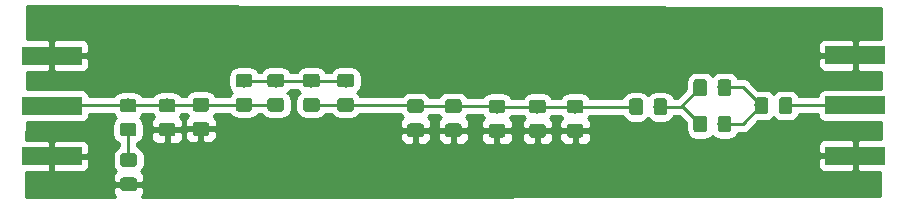
<source format=gbr>
G04 #@! TF.GenerationSoftware,KiCad,Pcbnew,(6.0.0-rc1-dev-305-gf0b8b21)*
G04 #@! TF.CreationDate,2020-01-09T18:10:56-08:00*
G04 #@! TF.ProjectId,29.4MHz Bandpass Filter Rev0.1,32392E344D487A2042616E6470617373,rev?*
G04 #@! TF.SameCoordinates,Original*
G04 #@! TF.FileFunction,Copper,L1,Top,Signal*
G04 #@! TF.FilePolarity,Positive*
%FSLAX46Y46*%
G04 Gerber Fmt 4.6, Leading zero omitted, Abs format (unit mm)*
G04 Created by KiCad (PCBNEW (6.0.0-rc1-dev-305-gf0b8b21)) date Thursday, January 09, 2020 at 06:10:56 PM*
%MOMM*%
%LPD*%
G01*
G04 APERTURE LIST*
G04 #@! TA.AperFunction,Conductor*
%ADD10C,0.100000*%
G04 #@! TD*
G04 #@! TA.AperFunction,SMDPad,CuDef*
%ADD11C,1.150000*%
G04 #@! TD*
G04 #@! TA.AperFunction,SMDPad,CuDef*
%ADD12R,5.080000X1.500000*%
G04 #@! TD*
G04 #@! TA.AperFunction,Conductor*
%ADD13C,0.250000*%
G04 #@! TD*
G04 #@! TA.AperFunction,Conductor*
%ADD14C,0.254000*%
G04 #@! TD*
G04 APERTURE END LIST*
D10*
G04 #@! TO.N,Net-(C1-Pad1)*
G04 #@! TO.C,C1*
G36*
X124731305Y-59370204D02*
X124755573Y-59373804D01*
X124779372Y-59379765D01*
X124802471Y-59388030D01*
X124824650Y-59398520D01*
X124845693Y-59411132D01*
X124865399Y-59425747D01*
X124883577Y-59442223D01*
X124900053Y-59460401D01*
X124914668Y-59480107D01*
X124927280Y-59501150D01*
X124937770Y-59523329D01*
X124946035Y-59546428D01*
X124951996Y-59570227D01*
X124955596Y-59594495D01*
X124956800Y-59618999D01*
X124956800Y-60269001D01*
X124955596Y-60293505D01*
X124951996Y-60317773D01*
X124946035Y-60341572D01*
X124937770Y-60364671D01*
X124927280Y-60386850D01*
X124914668Y-60407893D01*
X124900053Y-60427599D01*
X124883577Y-60445777D01*
X124865399Y-60462253D01*
X124845693Y-60476868D01*
X124824650Y-60489480D01*
X124802471Y-60499970D01*
X124779372Y-60508235D01*
X124755573Y-60514196D01*
X124731305Y-60517796D01*
X124706801Y-60519000D01*
X123806799Y-60519000D01*
X123782295Y-60517796D01*
X123758027Y-60514196D01*
X123734228Y-60508235D01*
X123711129Y-60499970D01*
X123688950Y-60489480D01*
X123667907Y-60476868D01*
X123648201Y-60462253D01*
X123630023Y-60445777D01*
X123613547Y-60427599D01*
X123598932Y-60407893D01*
X123586320Y-60386850D01*
X123575830Y-60364671D01*
X123567565Y-60341572D01*
X123561604Y-60317773D01*
X123558004Y-60293505D01*
X123556800Y-60269001D01*
X123556800Y-59618999D01*
X123558004Y-59594495D01*
X123561604Y-59570227D01*
X123567565Y-59546428D01*
X123575830Y-59523329D01*
X123586320Y-59501150D01*
X123598932Y-59480107D01*
X123613547Y-59460401D01*
X123630023Y-59442223D01*
X123648201Y-59425747D01*
X123667907Y-59411132D01*
X123688950Y-59398520D01*
X123711129Y-59388030D01*
X123734228Y-59379765D01*
X123758027Y-59373804D01*
X123782295Y-59370204D01*
X123806799Y-59369000D01*
X124706801Y-59369000D01*
X124731305Y-59370204D01*
X124731305Y-59370204D01*
G37*
D11*
G04 #@! TD*
G04 #@! TO.P,C1,1*
G04 #@! TO.N,Net-(C1-Pad1)*
X124256800Y-59944000D03*
D10*
G04 #@! TO.N,Net-(C1-Pad2)*
G04 #@! TO.C,C1*
G36*
X124731305Y-61420204D02*
X124755573Y-61423804D01*
X124779372Y-61429765D01*
X124802471Y-61438030D01*
X124824650Y-61448520D01*
X124845693Y-61461132D01*
X124865399Y-61475747D01*
X124883577Y-61492223D01*
X124900053Y-61510401D01*
X124914668Y-61530107D01*
X124927280Y-61551150D01*
X124937770Y-61573329D01*
X124946035Y-61596428D01*
X124951996Y-61620227D01*
X124955596Y-61644495D01*
X124956800Y-61668999D01*
X124956800Y-62319001D01*
X124955596Y-62343505D01*
X124951996Y-62367773D01*
X124946035Y-62391572D01*
X124937770Y-62414671D01*
X124927280Y-62436850D01*
X124914668Y-62457893D01*
X124900053Y-62477599D01*
X124883577Y-62495777D01*
X124865399Y-62512253D01*
X124845693Y-62526868D01*
X124824650Y-62539480D01*
X124802471Y-62549970D01*
X124779372Y-62558235D01*
X124755573Y-62564196D01*
X124731305Y-62567796D01*
X124706801Y-62569000D01*
X123806799Y-62569000D01*
X123782295Y-62567796D01*
X123758027Y-62564196D01*
X123734228Y-62558235D01*
X123711129Y-62549970D01*
X123688950Y-62539480D01*
X123667907Y-62526868D01*
X123648201Y-62512253D01*
X123630023Y-62495777D01*
X123613547Y-62477599D01*
X123598932Y-62457893D01*
X123586320Y-62436850D01*
X123575830Y-62414671D01*
X123567565Y-62391572D01*
X123561604Y-62367773D01*
X123558004Y-62343505D01*
X123556800Y-62319001D01*
X123556800Y-61668999D01*
X123558004Y-61644495D01*
X123561604Y-61620227D01*
X123567565Y-61596428D01*
X123575830Y-61573329D01*
X123586320Y-61551150D01*
X123598932Y-61530107D01*
X123613547Y-61510401D01*
X123630023Y-61492223D01*
X123648201Y-61475747D01*
X123667907Y-61461132D01*
X123688950Y-61448520D01*
X123711129Y-61438030D01*
X123734228Y-61429765D01*
X123758027Y-61423804D01*
X123782295Y-61420204D01*
X123806799Y-61419000D01*
X124706801Y-61419000D01*
X124731305Y-61420204D01*
X124731305Y-61420204D01*
G37*
D11*
G04 #@! TD*
G04 #@! TO.P,C1,2*
G04 #@! TO.N,Net-(C1-Pad2)*
X124256800Y-61994000D03*
D10*
G04 #@! TO.N,GND*
G04 #@! TO.C,C2*
G36*
X124773105Y-66034004D02*
X124797373Y-66037604D01*
X124821172Y-66043565D01*
X124844271Y-66051830D01*
X124866450Y-66062320D01*
X124887493Y-66074932D01*
X124907199Y-66089547D01*
X124925377Y-66106023D01*
X124941853Y-66124201D01*
X124956468Y-66143907D01*
X124969080Y-66164950D01*
X124979570Y-66187129D01*
X124987835Y-66210228D01*
X124993796Y-66234027D01*
X124997396Y-66258295D01*
X124998600Y-66282799D01*
X124998600Y-66932801D01*
X124997396Y-66957305D01*
X124993796Y-66981573D01*
X124987835Y-67005372D01*
X124979570Y-67028471D01*
X124969080Y-67050650D01*
X124956468Y-67071693D01*
X124941853Y-67091399D01*
X124925377Y-67109577D01*
X124907199Y-67126053D01*
X124887493Y-67140668D01*
X124866450Y-67153280D01*
X124844271Y-67163770D01*
X124821172Y-67172035D01*
X124797373Y-67177996D01*
X124773105Y-67181596D01*
X124748601Y-67182800D01*
X123848599Y-67182800D01*
X123824095Y-67181596D01*
X123799827Y-67177996D01*
X123776028Y-67172035D01*
X123752929Y-67163770D01*
X123730750Y-67153280D01*
X123709707Y-67140668D01*
X123690001Y-67126053D01*
X123671823Y-67109577D01*
X123655347Y-67091399D01*
X123640732Y-67071693D01*
X123628120Y-67050650D01*
X123617630Y-67028471D01*
X123609365Y-67005372D01*
X123603404Y-66981573D01*
X123599804Y-66957305D01*
X123598600Y-66932801D01*
X123598600Y-66282799D01*
X123599804Y-66258295D01*
X123603404Y-66234027D01*
X123609365Y-66210228D01*
X123617630Y-66187129D01*
X123628120Y-66164950D01*
X123640732Y-66143907D01*
X123655347Y-66124201D01*
X123671823Y-66106023D01*
X123690001Y-66089547D01*
X123709707Y-66074932D01*
X123730750Y-66062320D01*
X123752929Y-66051830D01*
X123776028Y-66043565D01*
X123799827Y-66037604D01*
X123824095Y-66034004D01*
X123848599Y-66032800D01*
X124748601Y-66032800D01*
X124773105Y-66034004D01*
X124773105Y-66034004D01*
G37*
D11*
G04 #@! TD*
G04 #@! TO.P,C2,2*
G04 #@! TO.N,GND*
X124298600Y-66607800D03*
D10*
G04 #@! TO.N,Net-(C1-Pad2)*
G04 #@! TO.C,C2*
G36*
X124773105Y-63984004D02*
X124797373Y-63987604D01*
X124821172Y-63993565D01*
X124844271Y-64001830D01*
X124866450Y-64012320D01*
X124887493Y-64024932D01*
X124907199Y-64039547D01*
X124925377Y-64056023D01*
X124941853Y-64074201D01*
X124956468Y-64093907D01*
X124969080Y-64114950D01*
X124979570Y-64137129D01*
X124987835Y-64160228D01*
X124993796Y-64184027D01*
X124997396Y-64208295D01*
X124998600Y-64232799D01*
X124998600Y-64882801D01*
X124997396Y-64907305D01*
X124993796Y-64931573D01*
X124987835Y-64955372D01*
X124979570Y-64978471D01*
X124969080Y-65000650D01*
X124956468Y-65021693D01*
X124941853Y-65041399D01*
X124925377Y-65059577D01*
X124907199Y-65076053D01*
X124887493Y-65090668D01*
X124866450Y-65103280D01*
X124844271Y-65113770D01*
X124821172Y-65122035D01*
X124797373Y-65127996D01*
X124773105Y-65131596D01*
X124748601Y-65132800D01*
X123848599Y-65132800D01*
X123824095Y-65131596D01*
X123799827Y-65127996D01*
X123776028Y-65122035D01*
X123752929Y-65113770D01*
X123730750Y-65103280D01*
X123709707Y-65090668D01*
X123690001Y-65076053D01*
X123671823Y-65059577D01*
X123655347Y-65041399D01*
X123640732Y-65021693D01*
X123628120Y-65000650D01*
X123617630Y-64978471D01*
X123609365Y-64955372D01*
X123603404Y-64931573D01*
X123599804Y-64907305D01*
X123598600Y-64882801D01*
X123598600Y-64232799D01*
X123599804Y-64208295D01*
X123603404Y-64184027D01*
X123609365Y-64160228D01*
X123617630Y-64137129D01*
X123628120Y-64114950D01*
X123640732Y-64093907D01*
X123655347Y-64074201D01*
X123671823Y-64056023D01*
X123690001Y-64039547D01*
X123709707Y-64024932D01*
X123730750Y-64012320D01*
X123752929Y-64001830D01*
X123776028Y-63993565D01*
X123799827Y-63987604D01*
X123824095Y-63984004D01*
X123848599Y-63982800D01*
X124748601Y-63982800D01*
X124773105Y-63984004D01*
X124773105Y-63984004D01*
G37*
D11*
G04 #@! TD*
G04 #@! TO.P,C2,1*
G04 #@! TO.N,Net-(C1-Pad2)*
X124298600Y-64557800D03*
D10*
G04 #@! TO.N,Net-(C1-Pad1)*
G04 #@! TO.C,C3*
G36*
X128033305Y-59370204D02*
X128057573Y-59373804D01*
X128081372Y-59379765D01*
X128104471Y-59388030D01*
X128126650Y-59398520D01*
X128147693Y-59411132D01*
X128167399Y-59425747D01*
X128185577Y-59442223D01*
X128202053Y-59460401D01*
X128216668Y-59480107D01*
X128229280Y-59501150D01*
X128239770Y-59523329D01*
X128248035Y-59546428D01*
X128253996Y-59570227D01*
X128257596Y-59594495D01*
X128258800Y-59618999D01*
X128258800Y-60269001D01*
X128257596Y-60293505D01*
X128253996Y-60317773D01*
X128248035Y-60341572D01*
X128239770Y-60364671D01*
X128229280Y-60386850D01*
X128216668Y-60407893D01*
X128202053Y-60427599D01*
X128185577Y-60445777D01*
X128167399Y-60462253D01*
X128147693Y-60476868D01*
X128126650Y-60489480D01*
X128104471Y-60499970D01*
X128081372Y-60508235D01*
X128057573Y-60514196D01*
X128033305Y-60517796D01*
X128008801Y-60519000D01*
X127108799Y-60519000D01*
X127084295Y-60517796D01*
X127060027Y-60514196D01*
X127036228Y-60508235D01*
X127013129Y-60499970D01*
X126990950Y-60489480D01*
X126969907Y-60476868D01*
X126950201Y-60462253D01*
X126932023Y-60445777D01*
X126915547Y-60427599D01*
X126900932Y-60407893D01*
X126888320Y-60386850D01*
X126877830Y-60364671D01*
X126869565Y-60341572D01*
X126863604Y-60317773D01*
X126860004Y-60293505D01*
X126858800Y-60269001D01*
X126858800Y-59618999D01*
X126860004Y-59594495D01*
X126863604Y-59570227D01*
X126869565Y-59546428D01*
X126877830Y-59523329D01*
X126888320Y-59501150D01*
X126900932Y-59480107D01*
X126915547Y-59460401D01*
X126932023Y-59442223D01*
X126950201Y-59425747D01*
X126969907Y-59411132D01*
X126990950Y-59398520D01*
X127013129Y-59388030D01*
X127036228Y-59379765D01*
X127060027Y-59373804D01*
X127084295Y-59370204D01*
X127108799Y-59369000D01*
X128008801Y-59369000D01*
X128033305Y-59370204D01*
X128033305Y-59370204D01*
G37*
D11*
G04 #@! TD*
G04 #@! TO.P,C3,1*
G04 #@! TO.N,Net-(C1-Pad1)*
X127558800Y-59944000D03*
D10*
G04 #@! TO.N,GND*
G04 #@! TO.C,C3*
G36*
X128033305Y-61420204D02*
X128057573Y-61423804D01*
X128081372Y-61429765D01*
X128104471Y-61438030D01*
X128126650Y-61448520D01*
X128147693Y-61461132D01*
X128167399Y-61475747D01*
X128185577Y-61492223D01*
X128202053Y-61510401D01*
X128216668Y-61530107D01*
X128229280Y-61551150D01*
X128239770Y-61573329D01*
X128248035Y-61596428D01*
X128253996Y-61620227D01*
X128257596Y-61644495D01*
X128258800Y-61668999D01*
X128258800Y-62319001D01*
X128257596Y-62343505D01*
X128253996Y-62367773D01*
X128248035Y-62391572D01*
X128239770Y-62414671D01*
X128229280Y-62436850D01*
X128216668Y-62457893D01*
X128202053Y-62477599D01*
X128185577Y-62495777D01*
X128167399Y-62512253D01*
X128147693Y-62526868D01*
X128126650Y-62539480D01*
X128104471Y-62549970D01*
X128081372Y-62558235D01*
X128057573Y-62564196D01*
X128033305Y-62567796D01*
X128008801Y-62569000D01*
X127108799Y-62569000D01*
X127084295Y-62567796D01*
X127060027Y-62564196D01*
X127036228Y-62558235D01*
X127013129Y-62549970D01*
X126990950Y-62539480D01*
X126969907Y-62526868D01*
X126950201Y-62512253D01*
X126932023Y-62495777D01*
X126915547Y-62477599D01*
X126900932Y-62457893D01*
X126888320Y-62436850D01*
X126877830Y-62414671D01*
X126869565Y-62391572D01*
X126863604Y-62367773D01*
X126860004Y-62343505D01*
X126858800Y-62319001D01*
X126858800Y-61668999D01*
X126860004Y-61644495D01*
X126863604Y-61620227D01*
X126869565Y-61596428D01*
X126877830Y-61573329D01*
X126888320Y-61551150D01*
X126900932Y-61530107D01*
X126915547Y-61510401D01*
X126932023Y-61492223D01*
X126950201Y-61475747D01*
X126969907Y-61461132D01*
X126990950Y-61448520D01*
X127013129Y-61438030D01*
X127036228Y-61429765D01*
X127060027Y-61423804D01*
X127084295Y-61420204D01*
X127108799Y-61419000D01*
X128008801Y-61419000D01*
X128033305Y-61420204D01*
X128033305Y-61420204D01*
G37*
D11*
G04 #@! TD*
G04 #@! TO.P,C3,2*
G04 #@! TO.N,GND*
X127558800Y-61994000D03*
D10*
G04 #@! TO.N,Net-(C4-Pad1)*
G04 #@! TO.C,C4*
G36*
X134535705Y-57262004D02*
X134559973Y-57265604D01*
X134583772Y-57271565D01*
X134606871Y-57279830D01*
X134629050Y-57290320D01*
X134650093Y-57302932D01*
X134669799Y-57317547D01*
X134687977Y-57334023D01*
X134704453Y-57352201D01*
X134719068Y-57371907D01*
X134731680Y-57392950D01*
X134742170Y-57415129D01*
X134750435Y-57438228D01*
X134756396Y-57462027D01*
X134759996Y-57486295D01*
X134761200Y-57510799D01*
X134761200Y-58160801D01*
X134759996Y-58185305D01*
X134756396Y-58209573D01*
X134750435Y-58233372D01*
X134742170Y-58256471D01*
X134731680Y-58278650D01*
X134719068Y-58299693D01*
X134704453Y-58319399D01*
X134687977Y-58337577D01*
X134669799Y-58354053D01*
X134650093Y-58368668D01*
X134629050Y-58381280D01*
X134606871Y-58391770D01*
X134583772Y-58400035D01*
X134559973Y-58405996D01*
X134535705Y-58409596D01*
X134511201Y-58410800D01*
X133611199Y-58410800D01*
X133586695Y-58409596D01*
X133562427Y-58405996D01*
X133538628Y-58400035D01*
X133515529Y-58391770D01*
X133493350Y-58381280D01*
X133472307Y-58368668D01*
X133452601Y-58354053D01*
X133434423Y-58337577D01*
X133417947Y-58319399D01*
X133403332Y-58299693D01*
X133390720Y-58278650D01*
X133380230Y-58256471D01*
X133371965Y-58233372D01*
X133366004Y-58209573D01*
X133362404Y-58185305D01*
X133361200Y-58160801D01*
X133361200Y-57510799D01*
X133362404Y-57486295D01*
X133366004Y-57462027D01*
X133371965Y-57438228D01*
X133380230Y-57415129D01*
X133390720Y-57392950D01*
X133403332Y-57371907D01*
X133417947Y-57352201D01*
X133434423Y-57334023D01*
X133452601Y-57317547D01*
X133472307Y-57302932D01*
X133493350Y-57290320D01*
X133515529Y-57279830D01*
X133538628Y-57271565D01*
X133562427Y-57265604D01*
X133586695Y-57262004D01*
X133611199Y-57260800D01*
X134511201Y-57260800D01*
X134535705Y-57262004D01*
X134535705Y-57262004D01*
G37*
D11*
G04 #@! TD*
G04 #@! TO.P,C4,1*
G04 #@! TO.N,Net-(C4-Pad1)*
X134061200Y-57835800D03*
D10*
G04 #@! TO.N,Net-(C1-Pad1)*
G04 #@! TO.C,C4*
G36*
X134535705Y-59312004D02*
X134559973Y-59315604D01*
X134583772Y-59321565D01*
X134606871Y-59329830D01*
X134629050Y-59340320D01*
X134650093Y-59352932D01*
X134669799Y-59367547D01*
X134687977Y-59384023D01*
X134704453Y-59402201D01*
X134719068Y-59421907D01*
X134731680Y-59442950D01*
X134742170Y-59465129D01*
X134750435Y-59488228D01*
X134756396Y-59512027D01*
X134759996Y-59536295D01*
X134761200Y-59560799D01*
X134761200Y-60210801D01*
X134759996Y-60235305D01*
X134756396Y-60259573D01*
X134750435Y-60283372D01*
X134742170Y-60306471D01*
X134731680Y-60328650D01*
X134719068Y-60349693D01*
X134704453Y-60369399D01*
X134687977Y-60387577D01*
X134669799Y-60404053D01*
X134650093Y-60418668D01*
X134629050Y-60431280D01*
X134606871Y-60441770D01*
X134583772Y-60450035D01*
X134559973Y-60455996D01*
X134535705Y-60459596D01*
X134511201Y-60460800D01*
X133611199Y-60460800D01*
X133586695Y-60459596D01*
X133562427Y-60455996D01*
X133538628Y-60450035D01*
X133515529Y-60441770D01*
X133493350Y-60431280D01*
X133472307Y-60418668D01*
X133452601Y-60404053D01*
X133434423Y-60387577D01*
X133417947Y-60369399D01*
X133403332Y-60349693D01*
X133390720Y-60328650D01*
X133380230Y-60306471D01*
X133371965Y-60283372D01*
X133366004Y-60259573D01*
X133362404Y-60235305D01*
X133361200Y-60210801D01*
X133361200Y-59560799D01*
X133362404Y-59536295D01*
X133366004Y-59512027D01*
X133371965Y-59488228D01*
X133380230Y-59465129D01*
X133390720Y-59442950D01*
X133403332Y-59421907D01*
X133417947Y-59402201D01*
X133434423Y-59384023D01*
X133452601Y-59367547D01*
X133472307Y-59352932D01*
X133493350Y-59340320D01*
X133515529Y-59329830D01*
X133538628Y-59321565D01*
X133562427Y-59315604D01*
X133586695Y-59312004D01*
X133611199Y-59310800D01*
X134511201Y-59310800D01*
X134535705Y-59312004D01*
X134535705Y-59312004D01*
G37*
D11*
G04 #@! TD*
G04 #@! TO.P,C4,2*
G04 #@! TO.N,Net-(C1-Pad1)*
X134061200Y-59885800D03*
D10*
G04 #@! TO.N,Net-(C1-Pad1)*
G04 #@! TO.C,C5*
G36*
X137228105Y-59312004D02*
X137252373Y-59315604D01*
X137276172Y-59321565D01*
X137299271Y-59329830D01*
X137321450Y-59340320D01*
X137342493Y-59352932D01*
X137362199Y-59367547D01*
X137380377Y-59384023D01*
X137396853Y-59402201D01*
X137411468Y-59421907D01*
X137424080Y-59442950D01*
X137434570Y-59465129D01*
X137442835Y-59488228D01*
X137448796Y-59512027D01*
X137452396Y-59536295D01*
X137453600Y-59560799D01*
X137453600Y-60210801D01*
X137452396Y-60235305D01*
X137448796Y-60259573D01*
X137442835Y-60283372D01*
X137434570Y-60306471D01*
X137424080Y-60328650D01*
X137411468Y-60349693D01*
X137396853Y-60369399D01*
X137380377Y-60387577D01*
X137362199Y-60404053D01*
X137342493Y-60418668D01*
X137321450Y-60431280D01*
X137299271Y-60441770D01*
X137276172Y-60450035D01*
X137252373Y-60455996D01*
X137228105Y-60459596D01*
X137203601Y-60460800D01*
X136303599Y-60460800D01*
X136279095Y-60459596D01*
X136254827Y-60455996D01*
X136231028Y-60450035D01*
X136207929Y-60441770D01*
X136185750Y-60431280D01*
X136164707Y-60418668D01*
X136145001Y-60404053D01*
X136126823Y-60387577D01*
X136110347Y-60369399D01*
X136095732Y-60349693D01*
X136083120Y-60328650D01*
X136072630Y-60306471D01*
X136064365Y-60283372D01*
X136058404Y-60259573D01*
X136054804Y-60235305D01*
X136053600Y-60210801D01*
X136053600Y-59560799D01*
X136054804Y-59536295D01*
X136058404Y-59512027D01*
X136064365Y-59488228D01*
X136072630Y-59465129D01*
X136083120Y-59442950D01*
X136095732Y-59421907D01*
X136110347Y-59402201D01*
X136126823Y-59384023D01*
X136145001Y-59367547D01*
X136164707Y-59352932D01*
X136185750Y-59340320D01*
X136207929Y-59329830D01*
X136231028Y-59321565D01*
X136254827Y-59315604D01*
X136279095Y-59312004D01*
X136303599Y-59310800D01*
X137203601Y-59310800D01*
X137228105Y-59312004D01*
X137228105Y-59312004D01*
G37*
D11*
G04 #@! TD*
G04 #@! TO.P,C5,2*
G04 #@! TO.N,Net-(C1-Pad1)*
X136753600Y-59885800D03*
D10*
G04 #@! TO.N,Net-(C4-Pad1)*
G04 #@! TO.C,C5*
G36*
X137228105Y-57262004D02*
X137252373Y-57265604D01*
X137276172Y-57271565D01*
X137299271Y-57279830D01*
X137321450Y-57290320D01*
X137342493Y-57302932D01*
X137362199Y-57317547D01*
X137380377Y-57334023D01*
X137396853Y-57352201D01*
X137411468Y-57371907D01*
X137424080Y-57392950D01*
X137434570Y-57415129D01*
X137442835Y-57438228D01*
X137448796Y-57462027D01*
X137452396Y-57486295D01*
X137453600Y-57510799D01*
X137453600Y-58160801D01*
X137452396Y-58185305D01*
X137448796Y-58209573D01*
X137442835Y-58233372D01*
X137434570Y-58256471D01*
X137424080Y-58278650D01*
X137411468Y-58299693D01*
X137396853Y-58319399D01*
X137380377Y-58337577D01*
X137362199Y-58354053D01*
X137342493Y-58368668D01*
X137321450Y-58381280D01*
X137299271Y-58391770D01*
X137276172Y-58400035D01*
X137252373Y-58405996D01*
X137228105Y-58409596D01*
X137203601Y-58410800D01*
X136303599Y-58410800D01*
X136279095Y-58409596D01*
X136254827Y-58405996D01*
X136231028Y-58400035D01*
X136207929Y-58391770D01*
X136185750Y-58381280D01*
X136164707Y-58368668D01*
X136145001Y-58354053D01*
X136126823Y-58337577D01*
X136110347Y-58319399D01*
X136095732Y-58299693D01*
X136083120Y-58278650D01*
X136072630Y-58256471D01*
X136064365Y-58233372D01*
X136058404Y-58209573D01*
X136054804Y-58185305D01*
X136053600Y-58160801D01*
X136053600Y-57510799D01*
X136054804Y-57486295D01*
X136058404Y-57462027D01*
X136064365Y-57438228D01*
X136072630Y-57415129D01*
X136083120Y-57392950D01*
X136095732Y-57371907D01*
X136110347Y-57352201D01*
X136126823Y-57334023D01*
X136145001Y-57317547D01*
X136164707Y-57302932D01*
X136185750Y-57290320D01*
X136207929Y-57279830D01*
X136231028Y-57271565D01*
X136254827Y-57265604D01*
X136279095Y-57262004D01*
X136303599Y-57260800D01*
X137203601Y-57260800D01*
X137228105Y-57262004D01*
X137228105Y-57262004D01*
G37*
D11*
G04 #@! TD*
G04 #@! TO.P,C5,1*
G04 #@! TO.N,Net-(C4-Pad1)*
X136753600Y-57835800D03*
D10*
G04 #@! TO.N,GND*
G04 #@! TO.C,C6*
G36*
X149064505Y-61471004D02*
X149088773Y-61474604D01*
X149112572Y-61480565D01*
X149135671Y-61488830D01*
X149157850Y-61499320D01*
X149178893Y-61511932D01*
X149198599Y-61526547D01*
X149216777Y-61543023D01*
X149233253Y-61561201D01*
X149247868Y-61580907D01*
X149260480Y-61601950D01*
X149270970Y-61624129D01*
X149279235Y-61647228D01*
X149285196Y-61671027D01*
X149288796Y-61695295D01*
X149290000Y-61719799D01*
X149290000Y-62369801D01*
X149288796Y-62394305D01*
X149285196Y-62418573D01*
X149279235Y-62442372D01*
X149270970Y-62465471D01*
X149260480Y-62487650D01*
X149247868Y-62508693D01*
X149233253Y-62528399D01*
X149216777Y-62546577D01*
X149198599Y-62563053D01*
X149178893Y-62577668D01*
X149157850Y-62590280D01*
X149135671Y-62600770D01*
X149112572Y-62609035D01*
X149088773Y-62614996D01*
X149064505Y-62618596D01*
X149040001Y-62619800D01*
X148139999Y-62619800D01*
X148115495Y-62618596D01*
X148091227Y-62614996D01*
X148067428Y-62609035D01*
X148044329Y-62600770D01*
X148022150Y-62590280D01*
X148001107Y-62577668D01*
X147981401Y-62563053D01*
X147963223Y-62546577D01*
X147946747Y-62528399D01*
X147932132Y-62508693D01*
X147919520Y-62487650D01*
X147909030Y-62465471D01*
X147900765Y-62442372D01*
X147894804Y-62418573D01*
X147891204Y-62394305D01*
X147890000Y-62369801D01*
X147890000Y-61719799D01*
X147891204Y-61695295D01*
X147894804Y-61671027D01*
X147900765Y-61647228D01*
X147909030Y-61624129D01*
X147919520Y-61601950D01*
X147932132Y-61580907D01*
X147946747Y-61561201D01*
X147963223Y-61543023D01*
X147981401Y-61526547D01*
X148001107Y-61511932D01*
X148022150Y-61499320D01*
X148044329Y-61488830D01*
X148067428Y-61480565D01*
X148091227Y-61474604D01*
X148115495Y-61471004D01*
X148139999Y-61469800D01*
X149040001Y-61469800D01*
X149064505Y-61471004D01*
X149064505Y-61471004D01*
G37*
D11*
G04 #@! TD*
G04 #@! TO.P,C6,2*
G04 #@! TO.N,GND*
X148590000Y-62044800D03*
D10*
G04 #@! TO.N,Net-(C6-Pad1)*
G04 #@! TO.C,C6*
G36*
X149064505Y-59421004D02*
X149088773Y-59424604D01*
X149112572Y-59430565D01*
X149135671Y-59438830D01*
X149157850Y-59449320D01*
X149178893Y-59461932D01*
X149198599Y-59476547D01*
X149216777Y-59493023D01*
X149233253Y-59511201D01*
X149247868Y-59530907D01*
X149260480Y-59551950D01*
X149270970Y-59574129D01*
X149279235Y-59597228D01*
X149285196Y-59621027D01*
X149288796Y-59645295D01*
X149290000Y-59669799D01*
X149290000Y-60319801D01*
X149288796Y-60344305D01*
X149285196Y-60368573D01*
X149279235Y-60392372D01*
X149270970Y-60415471D01*
X149260480Y-60437650D01*
X149247868Y-60458693D01*
X149233253Y-60478399D01*
X149216777Y-60496577D01*
X149198599Y-60513053D01*
X149178893Y-60527668D01*
X149157850Y-60540280D01*
X149135671Y-60550770D01*
X149112572Y-60559035D01*
X149088773Y-60564996D01*
X149064505Y-60568596D01*
X149040001Y-60569800D01*
X148139999Y-60569800D01*
X148115495Y-60568596D01*
X148091227Y-60564996D01*
X148067428Y-60559035D01*
X148044329Y-60550770D01*
X148022150Y-60540280D01*
X148001107Y-60527668D01*
X147981401Y-60513053D01*
X147963223Y-60496577D01*
X147946747Y-60478399D01*
X147932132Y-60458693D01*
X147919520Y-60437650D01*
X147909030Y-60415471D01*
X147900765Y-60392372D01*
X147894804Y-60368573D01*
X147891204Y-60344305D01*
X147890000Y-60319801D01*
X147890000Y-59669799D01*
X147891204Y-59645295D01*
X147894804Y-59621027D01*
X147900765Y-59597228D01*
X147909030Y-59574129D01*
X147919520Y-59551950D01*
X147932132Y-59530907D01*
X147946747Y-59511201D01*
X147963223Y-59493023D01*
X147981401Y-59476547D01*
X148001107Y-59461932D01*
X148022150Y-59449320D01*
X148044329Y-59438830D01*
X148067428Y-59430565D01*
X148091227Y-59424604D01*
X148115495Y-59421004D01*
X148139999Y-59419800D01*
X149040001Y-59419800D01*
X149064505Y-59421004D01*
X149064505Y-59421004D01*
G37*
D11*
G04 #@! TD*
G04 #@! TO.P,C6,1*
G04 #@! TO.N,Net-(C6-Pad1)*
X148590000Y-59994800D03*
D10*
G04 #@! TO.N,Net-(C6-Pad1)*
G04 #@! TO.C,C7*
G36*
X152264905Y-59421004D02*
X152289173Y-59424604D01*
X152312972Y-59430565D01*
X152336071Y-59438830D01*
X152358250Y-59449320D01*
X152379293Y-59461932D01*
X152398999Y-59476547D01*
X152417177Y-59493023D01*
X152433653Y-59511201D01*
X152448268Y-59530907D01*
X152460880Y-59551950D01*
X152471370Y-59574129D01*
X152479635Y-59597228D01*
X152485596Y-59621027D01*
X152489196Y-59645295D01*
X152490400Y-59669799D01*
X152490400Y-60319801D01*
X152489196Y-60344305D01*
X152485596Y-60368573D01*
X152479635Y-60392372D01*
X152471370Y-60415471D01*
X152460880Y-60437650D01*
X152448268Y-60458693D01*
X152433653Y-60478399D01*
X152417177Y-60496577D01*
X152398999Y-60513053D01*
X152379293Y-60527668D01*
X152358250Y-60540280D01*
X152336071Y-60550770D01*
X152312972Y-60559035D01*
X152289173Y-60564996D01*
X152264905Y-60568596D01*
X152240401Y-60569800D01*
X151340399Y-60569800D01*
X151315895Y-60568596D01*
X151291627Y-60564996D01*
X151267828Y-60559035D01*
X151244729Y-60550770D01*
X151222550Y-60540280D01*
X151201507Y-60527668D01*
X151181801Y-60513053D01*
X151163623Y-60496577D01*
X151147147Y-60478399D01*
X151132532Y-60458693D01*
X151119920Y-60437650D01*
X151109430Y-60415471D01*
X151101165Y-60392372D01*
X151095204Y-60368573D01*
X151091604Y-60344305D01*
X151090400Y-60319801D01*
X151090400Y-59669799D01*
X151091604Y-59645295D01*
X151095204Y-59621027D01*
X151101165Y-59597228D01*
X151109430Y-59574129D01*
X151119920Y-59551950D01*
X151132532Y-59530907D01*
X151147147Y-59511201D01*
X151163623Y-59493023D01*
X151181801Y-59476547D01*
X151201507Y-59461932D01*
X151222550Y-59449320D01*
X151244729Y-59438830D01*
X151267828Y-59430565D01*
X151291627Y-59424604D01*
X151315895Y-59421004D01*
X151340399Y-59419800D01*
X152240401Y-59419800D01*
X152264905Y-59421004D01*
X152264905Y-59421004D01*
G37*
D11*
G04 #@! TD*
G04 #@! TO.P,C7,1*
G04 #@! TO.N,Net-(C6-Pad1)*
X151790400Y-59994800D03*
D10*
G04 #@! TO.N,GND*
G04 #@! TO.C,C7*
G36*
X152264905Y-61471004D02*
X152289173Y-61474604D01*
X152312972Y-61480565D01*
X152336071Y-61488830D01*
X152358250Y-61499320D01*
X152379293Y-61511932D01*
X152398999Y-61526547D01*
X152417177Y-61543023D01*
X152433653Y-61561201D01*
X152448268Y-61580907D01*
X152460880Y-61601950D01*
X152471370Y-61624129D01*
X152479635Y-61647228D01*
X152485596Y-61671027D01*
X152489196Y-61695295D01*
X152490400Y-61719799D01*
X152490400Y-62369801D01*
X152489196Y-62394305D01*
X152485596Y-62418573D01*
X152479635Y-62442372D01*
X152471370Y-62465471D01*
X152460880Y-62487650D01*
X152448268Y-62508693D01*
X152433653Y-62528399D01*
X152417177Y-62546577D01*
X152398999Y-62563053D01*
X152379293Y-62577668D01*
X152358250Y-62590280D01*
X152336071Y-62600770D01*
X152312972Y-62609035D01*
X152289173Y-62614996D01*
X152264905Y-62618596D01*
X152240401Y-62619800D01*
X151340399Y-62619800D01*
X151315895Y-62618596D01*
X151291627Y-62614996D01*
X151267828Y-62609035D01*
X151244729Y-62600770D01*
X151222550Y-62590280D01*
X151201507Y-62577668D01*
X151181801Y-62563053D01*
X151163623Y-62546577D01*
X151147147Y-62528399D01*
X151132532Y-62508693D01*
X151119920Y-62487650D01*
X151109430Y-62465471D01*
X151101165Y-62442372D01*
X151095204Y-62418573D01*
X151091604Y-62394305D01*
X151090400Y-62369801D01*
X151090400Y-61719799D01*
X151091604Y-61695295D01*
X151095204Y-61671027D01*
X151101165Y-61647228D01*
X151109430Y-61624129D01*
X151119920Y-61601950D01*
X151132532Y-61580907D01*
X151147147Y-61561201D01*
X151163623Y-61543023D01*
X151181801Y-61526547D01*
X151201507Y-61511932D01*
X151222550Y-61499320D01*
X151244729Y-61488830D01*
X151267828Y-61480565D01*
X151291627Y-61474604D01*
X151315895Y-61471004D01*
X151340399Y-61469800D01*
X152240401Y-61469800D01*
X152264905Y-61471004D01*
X152264905Y-61471004D01*
G37*
D11*
G04 #@! TD*
G04 #@! TO.P,C7,2*
G04 #@! TO.N,GND*
X151790400Y-62044800D03*
D10*
G04 #@! TO.N,GND*
G04 #@! TO.C,C8*
G36*
X155964305Y-61512804D02*
X155988573Y-61516404D01*
X156012372Y-61522365D01*
X156035471Y-61530630D01*
X156057650Y-61541120D01*
X156078693Y-61553732D01*
X156098399Y-61568347D01*
X156116577Y-61584823D01*
X156133053Y-61603001D01*
X156147668Y-61622707D01*
X156160280Y-61643750D01*
X156170770Y-61665929D01*
X156179035Y-61689028D01*
X156184996Y-61712827D01*
X156188596Y-61737095D01*
X156189800Y-61761599D01*
X156189800Y-62411601D01*
X156188596Y-62436105D01*
X156184996Y-62460373D01*
X156179035Y-62484172D01*
X156170770Y-62507271D01*
X156160280Y-62529450D01*
X156147668Y-62550493D01*
X156133053Y-62570199D01*
X156116577Y-62588377D01*
X156098399Y-62604853D01*
X156078693Y-62619468D01*
X156057650Y-62632080D01*
X156035471Y-62642570D01*
X156012372Y-62650835D01*
X155988573Y-62656796D01*
X155964305Y-62660396D01*
X155939801Y-62661600D01*
X155039799Y-62661600D01*
X155015295Y-62660396D01*
X154991027Y-62656796D01*
X154967228Y-62650835D01*
X154944129Y-62642570D01*
X154921950Y-62632080D01*
X154900907Y-62619468D01*
X154881201Y-62604853D01*
X154863023Y-62588377D01*
X154846547Y-62570199D01*
X154831932Y-62550493D01*
X154819320Y-62529450D01*
X154808830Y-62507271D01*
X154800565Y-62484172D01*
X154794604Y-62460373D01*
X154791004Y-62436105D01*
X154789800Y-62411601D01*
X154789800Y-61761599D01*
X154791004Y-61737095D01*
X154794604Y-61712827D01*
X154800565Y-61689028D01*
X154808830Y-61665929D01*
X154819320Y-61643750D01*
X154831932Y-61622707D01*
X154846547Y-61603001D01*
X154863023Y-61584823D01*
X154881201Y-61568347D01*
X154900907Y-61553732D01*
X154921950Y-61541120D01*
X154944129Y-61530630D01*
X154967228Y-61522365D01*
X154991027Y-61516404D01*
X155015295Y-61512804D01*
X155039799Y-61511600D01*
X155939801Y-61511600D01*
X155964305Y-61512804D01*
X155964305Y-61512804D01*
G37*
D11*
G04 #@! TD*
G04 #@! TO.P,C8,2*
G04 #@! TO.N,GND*
X155489800Y-62086600D03*
D10*
G04 #@! TO.N,Net-(C6-Pad1)*
G04 #@! TO.C,C8*
G36*
X155964305Y-59462804D02*
X155988573Y-59466404D01*
X156012372Y-59472365D01*
X156035471Y-59480630D01*
X156057650Y-59491120D01*
X156078693Y-59503732D01*
X156098399Y-59518347D01*
X156116577Y-59534823D01*
X156133053Y-59553001D01*
X156147668Y-59572707D01*
X156160280Y-59593750D01*
X156170770Y-59615929D01*
X156179035Y-59639028D01*
X156184996Y-59662827D01*
X156188596Y-59687095D01*
X156189800Y-59711599D01*
X156189800Y-60361601D01*
X156188596Y-60386105D01*
X156184996Y-60410373D01*
X156179035Y-60434172D01*
X156170770Y-60457271D01*
X156160280Y-60479450D01*
X156147668Y-60500493D01*
X156133053Y-60520199D01*
X156116577Y-60538377D01*
X156098399Y-60554853D01*
X156078693Y-60569468D01*
X156057650Y-60582080D01*
X156035471Y-60592570D01*
X156012372Y-60600835D01*
X155988573Y-60606796D01*
X155964305Y-60610396D01*
X155939801Y-60611600D01*
X155039799Y-60611600D01*
X155015295Y-60610396D01*
X154991027Y-60606796D01*
X154967228Y-60600835D01*
X154944129Y-60592570D01*
X154921950Y-60582080D01*
X154900907Y-60569468D01*
X154881201Y-60554853D01*
X154863023Y-60538377D01*
X154846547Y-60520199D01*
X154831932Y-60500493D01*
X154819320Y-60479450D01*
X154808830Y-60457271D01*
X154800565Y-60434172D01*
X154794604Y-60410373D01*
X154791004Y-60386105D01*
X154789800Y-60361601D01*
X154789800Y-59711599D01*
X154791004Y-59687095D01*
X154794604Y-59662827D01*
X154800565Y-59639028D01*
X154808830Y-59615929D01*
X154819320Y-59593750D01*
X154831932Y-59572707D01*
X154846547Y-59553001D01*
X154863023Y-59534823D01*
X154881201Y-59518347D01*
X154900907Y-59503732D01*
X154921950Y-59491120D01*
X154944129Y-59480630D01*
X154967228Y-59472365D01*
X154991027Y-59466404D01*
X155015295Y-59462804D01*
X155039799Y-59461600D01*
X155939801Y-59461600D01*
X155964305Y-59462804D01*
X155964305Y-59462804D01*
G37*
D11*
G04 #@! TD*
G04 #@! TO.P,C8,1*
G04 #@! TO.N,Net-(C6-Pad1)*
X155489800Y-60036600D03*
D10*
G04 #@! TO.N,Net-(C9-Pad1)*
G04 #@! TO.C,C9*
G36*
X169665905Y-59346804D02*
X169690173Y-59350404D01*
X169713972Y-59356365D01*
X169737071Y-59364630D01*
X169759250Y-59375120D01*
X169780293Y-59387732D01*
X169799999Y-59402347D01*
X169818177Y-59418823D01*
X169834653Y-59437001D01*
X169849268Y-59456707D01*
X169861880Y-59477750D01*
X169872370Y-59499929D01*
X169880635Y-59523028D01*
X169886596Y-59546827D01*
X169890196Y-59571095D01*
X169891400Y-59595599D01*
X169891400Y-60495601D01*
X169890196Y-60520105D01*
X169886596Y-60544373D01*
X169880635Y-60568172D01*
X169872370Y-60591271D01*
X169861880Y-60613450D01*
X169849268Y-60634493D01*
X169834653Y-60654199D01*
X169818177Y-60672377D01*
X169799999Y-60688853D01*
X169780293Y-60703468D01*
X169759250Y-60716080D01*
X169737071Y-60726570D01*
X169713972Y-60734835D01*
X169690173Y-60740796D01*
X169665905Y-60744396D01*
X169641401Y-60745600D01*
X168991399Y-60745600D01*
X168966895Y-60744396D01*
X168942627Y-60740796D01*
X168918828Y-60734835D01*
X168895729Y-60726570D01*
X168873550Y-60716080D01*
X168852507Y-60703468D01*
X168832801Y-60688853D01*
X168814623Y-60672377D01*
X168798147Y-60654199D01*
X168783532Y-60634493D01*
X168770920Y-60613450D01*
X168760430Y-60591271D01*
X168752165Y-60568172D01*
X168746204Y-60544373D01*
X168742604Y-60520105D01*
X168741400Y-60495601D01*
X168741400Y-59595599D01*
X168742604Y-59571095D01*
X168746204Y-59546827D01*
X168752165Y-59523028D01*
X168760430Y-59499929D01*
X168770920Y-59477750D01*
X168783532Y-59456707D01*
X168798147Y-59437001D01*
X168814623Y-59418823D01*
X168832801Y-59402347D01*
X168852507Y-59387732D01*
X168873550Y-59375120D01*
X168895729Y-59364630D01*
X168918828Y-59356365D01*
X168942627Y-59350404D01*
X168966895Y-59346804D01*
X168991399Y-59345600D01*
X169641401Y-59345600D01*
X169665905Y-59346804D01*
X169665905Y-59346804D01*
G37*
D11*
G04 #@! TD*
G04 #@! TO.P,C9,1*
G04 #@! TO.N,Net-(C9-Pad1)*
X169316400Y-60045600D03*
D10*
G04 #@! TO.N,Net-(C6-Pad1)*
G04 #@! TO.C,C9*
G36*
X167615905Y-59346804D02*
X167640173Y-59350404D01*
X167663972Y-59356365D01*
X167687071Y-59364630D01*
X167709250Y-59375120D01*
X167730293Y-59387732D01*
X167749999Y-59402347D01*
X167768177Y-59418823D01*
X167784653Y-59437001D01*
X167799268Y-59456707D01*
X167811880Y-59477750D01*
X167822370Y-59499929D01*
X167830635Y-59523028D01*
X167836596Y-59546827D01*
X167840196Y-59571095D01*
X167841400Y-59595599D01*
X167841400Y-60495601D01*
X167840196Y-60520105D01*
X167836596Y-60544373D01*
X167830635Y-60568172D01*
X167822370Y-60591271D01*
X167811880Y-60613450D01*
X167799268Y-60634493D01*
X167784653Y-60654199D01*
X167768177Y-60672377D01*
X167749999Y-60688853D01*
X167730293Y-60703468D01*
X167709250Y-60716080D01*
X167687071Y-60726570D01*
X167663972Y-60734835D01*
X167640173Y-60740796D01*
X167615905Y-60744396D01*
X167591401Y-60745600D01*
X166941399Y-60745600D01*
X166916895Y-60744396D01*
X166892627Y-60740796D01*
X166868828Y-60734835D01*
X166845729Y-60726570D01*
X166823550Y-60716080D01*
X166802507Y-60703468D01*
X166782801Y-60688853D01*
X166764623Y-60672377D01*
X166748147Y-60654199D01*
X166733532Y-60634493D01*
X166720920Y-60613450D01*
X166710430Y-60591271D01*
X166702165Y-60568172D01*
X166696204Y-60544373D01*
X166692604Y-60520105D01*
X166691400Y-60495601D01*
X166691400Y-59595599D01*
X166692604Y-59571095D01*
X166696204Y-59546827D01*
X166702165Y-59523028D01*
X166710430Y-59499929D01*
X166720920Y-59477750D01*
X166733532Y-59456707D01*
X166748147Y-59437001D01*
X166764623Y-59418823D01*
X166782801Y-59402347D01*
X166802507Y-59387732D01*
X166823550Y-59375120D01*
X166845729Y-59364630D01*
X166868828Y-59356365D01*
X166892627Y-59350404D01*
X166916895Y-59346804D01*
X166941399Y-59345600D01*
X167591401Y-59345600D01*
X167615905Y-59346804D01*
X167615905Y-59346804D01*
G37*
D11*
G04 #@! TD*
G04 #@! TO.P,C9,2*
G04 #@! TO.N,Net-(C6-Pad1)*
X167266400Y-60045600D03*
D12*
G04 #@! TO.P,J1,1*
G04 #@! TO.N,Net-(C1-Pad1)*
X117779800Y-59977600D03*
G04 #@! TO.P,J1,2*
G04 #@! TO.N,GND*
X117779800Y-64227600D03*
X117779800Y-55727600D03*
G04 #@! TD*
G04 #@! TO.P,J2,2*
G04 #@! TO.N,GND*
X185826400Y-64194000D03*
X185826400Y-55694000D03*
G04 #@! TO.P,J2,1*
G04 #@! TO.N,Net-(J2-Pad1)*
X185826400Y-59944000D03*
G04 #@! TD*
D10*
G04 #@! TO.N,Net-(C1-Pad1)*
G04 #@! TO.C,L1*
G36*
X130887105Y-59310404D02*
X130911373Y-59314004D01*
X130935172Y-59319965D01*
X130958271Y-59328230D01*
X130980450Y-59338720D01*
X131001493Y-59351332D01*
X131021199Y-59365947D01*
X131039377Y-59382423D01*
X131055853Y-59400601D01*
X131070468Y-59420307D01*
X131083080Y-59441350D01*
X131093570Y-59463529D01*
X131101835Y-59486628D01*
X131107796Y-59510427D01*
X131111396Y-59534695D01*
X131112600Y-59559199D01*
X131112600Y-60209201D01*
X131111396Y-60233705D01*
X131107796Y-60257973D01*
X131101835Y-60281772D01*
X131093570Y-60304871D01*
X131083080Y-60327050D01*
X131070468Y-60348093D01*
X131055853Y-60367799D01*
X131039377Y-60385977D01*
X131021199Y-60402453D01*
X131001493Y-60417068D01*
X130980450Y-60429680D01*
X130958271Y-60440170D01*
X130935172Y-60448435D01*
X130911373Y-60454396D01*
X130887105Y-60457996D01*
X130862601Y-60459200D01*
X129962599Y-60459200D01*
X129938095Y-60457996D01*
X129913827Y-60454396D01*
X129890028Y-60448435D01*
X129866929Y-60440170D01*
X129844750Y-60429680D01*
X129823707Y-60417068D01*
X129804001Y-60402453D01*
X129785823Y-60385977D01*
X129769347Y-60367799D01*
X129754732Y-60348093D01*
X129742120Y-60327050D01*
X129731630Y-60304871D01*
X129723365Y-60281772D01*
X129717404Y-60257973D01*
X129713804Y-60233705D01*
X129712600Y-60209201D01*
X129712600Y-59559199D01*
X129713804Y-59534695D01*
X129717404Y-59510427D01*
X129723365Y-59486628D01*
X129731630Y-59463529D01*
X129742120Y-59441350D01*
X129754732Y-59420307D01*
X129769347Y-59400601D01*
X129785823Y-59382423D01*
X129804001Y-59365947D01*
X129823707Y-59351332D01*
X129844750Y-59338720D01*
X129866929Y-59328230D01*
X129890028Y-59319965D01*
X129913827Y-59314004D01*
X129938095Y-59310404D01*
X129962599Y-59309200D01*
X130862601Y-59309200D01*
X130887105Y-59310404D01*
X130887105Y-59310404D01*
G37*
D11*
G04 #@! TD*
G04 #@! TO.P,L1,1*
G04 #@! TO.N,Net-(C1-Pad1)*
X130412600Y-59884200D03*
D10*
G04 #@! TO.N,GND*
G04 #@! TO.C,L1*
G36*
X130887105Y-61360404D02*
X130911373Y-61364004D01*
X130935172Y-61369965D01*
X130958271Y-61378230D01*
X130980450Y-61388720D01*
X131001493Y-61401332D01*
X131021199Y-61415947D01*
X131039377Y-61432423D01*
X131055853Y-61450601D01*
X131070468Y-61470307D01*
X131083080Y-61491350D01*
X131093570Y-61513529D01*
X131101835Y-61536628D01*
X131107796Y-61560427D01*
X131111396Y-61584695D01*
X131112600Y-61609199D01*
X131112600Y-62259201D01*
X131111396Y-62283705D01*
X131107796Y-62307973D01*
X131101835Y-62331772D01*
X131093570Y-62354871D01*
X131083080Y-62377050D01*
X131070468Y-62398093D01*
X131055853Y-62417799D01*
X131039377Y-62435977D01*
X131021199Y-62452453D01*
X131001493Y-62467068D01*
X130980450Y-62479680D01*
X130958271Y-62490170D01*
X130935172Y-62498435D01*
X130911373Y-62504396D01*
X130887105Y-62507996D01*
X130862601Y-62509200D01*
X129962599Y-62509200D01*
X129938095Y-62507996D01*
X129913827Y-62504396D01*
X129890028Y-62498435D01*
X129866929Y-62490170D01*
X129844750Y-62479680D01*
X129823707Y-62467068D01*
X129804001Y-62452453D01*
X129785823Y-62435977D01*
X129769347Y-62417799D01*
X129754732Y-62398093D01*
X129742120Y-62377050D01*
X129731630Y-62354871D01*
X129723365Y-62331772D01*
X129717404Y-62307973D01*
X129713804Y-62283705D01*
X129712600Y-62259201D01*
X129712600Y-61609199D01*
X129713804Y-61584695D01*
X129717404Y-61560427D01*
X129723365Y-61536628D01*
X129731630Y-61513529D01*
X129742120Y-61491350D01*
X129754732Y-61470307D01*
X129769347Y-61450601D01*
X129785823Y-61432423D01*
X129804001Y-61415947D01*
X129823707Y-61401332D01*
X129844750Y-61388720D01*
X129866929Y-61378230D01*
X129890028Y-61369965D01*
X129913827Y-61364004D01*
X129938095Y-61360404D01*
X129962599Y-61359200D01*
X130862601Y-61359200D01*
X130887105Y-61360404D01*
X130887105Y-61360404D01*
G37*
D11*
G04 #@! TD*
G04 #@! TO.P,L1,2*
G04 #@! TO.N,GND*
X130412600Y-61934200D03*
D10*
G04 #@! TO.N,Net-(C6-Pad1)*
G04 #@! TO.C,L2*
G36*
X140250705Y-59312004D02*
X140274973Y-59315604D01*
X140298772Y-59321565D01*
X140321871Y-59329830D01*
X140344050Y-59340320D01*
X140365093Y-59352932D01*
X140384799Y-59367547D01*
X140402977Y-59384023D01*
X140419453Y-59402201D01*
X140434068Y-59421907D01*
X140446680Y-59442950D01*
X140457170Y-59465129D01*
X140465435Y-59488228D01*
X140471396Y-59512027D01*
X140474996Y-59536295D01*
X140476200Y-59560799D01*
X140476200Y-60210801D01*
X140474996Y-60235305D01*
X140471396Y-60259573D01*
X140465435Y-60283372D01*
X140457170Y-60306471D01*
X140446680Y-60328650D01*
X140434068Y-60349693D01*
X140419453Y-60369399D01*
X140402977Y-60387577D01*
X140384799Y-60404053D01*
X140365093Y-60418668D01*
X140344050Y-60431280D01*
X140321871Y-60441770D01*
X140298772Y-60450035D01*
X140274973Y-60455996D01*
X140250705Y-60459596D01*
X140226201Y-60460800D01*
X139326199Y-60460800D01*
X139301695Y-60459596D01*
X139277427Y-60455996D01*
X139253628Y-60450035D01*
X139230529Y-60441770D01*
X139208350Y-60431280D01*
X139187307Y-60418668D01*
X139167601Y-60404053D01*
X139149423Y-60387577D01*
X139132947Y-60369399D01*
X139118332Y-60349693D01*
X139105720Y-60328650D01*
X139095230Y-60306471D01*
X139086965Y-60283372D01*
X139081004Y-60259573D01*
X139077404Y-60235305D01*
X139076200Y-60210801D01*
X139076200Y-59560799D01*
X139077404Y-59536295D01*
X139081004Y-59512027D01*
X139086965Y-59488228D01*
X139095230Y-59465129D01*
X139105720Y-59442950D01*
X139118332Y-59421907D01*
X139132947Y-59402201D01*
X139149423Y-59384023D01*
X139167601Y-59367547D01*
X139187307Y-59352932D01*
X139208350Y-59340320D01*
X139230529Y-59329830D01*
X139253628Y-59321565D01*
X139277427Y-59315604D01*
X139301695Y-59312004D01*
X139326199Y-59310800D01*
X140226201Y-59310800D01*
X140250705Y-59312004D01*
X140250705Y-59312004D01*
G37*
D11*
G04 #@! TD*
G04 #@! TO.P,L2,2*
G04 #@! TO.N,Net-(C6-Pad1)*
X139776200Y-59885800D03*
D10*
G04 #@! TO.N,Net-(C4-Pad1)*
G04 #@! TO.C,L2*
G36*
X140250705Y-57262004D02*
X140274973Y-57265604D01*
X140298772Y-57271565D01*
X140321871Y-57279830D01*
X140344050Y-57290320D01*
X140365093Y-57302932D01*
X140384799Y-57317547D01*
X140402977Y-57334023D01*
X140419453Y-57352201D01*
X140434068Y-57371907D01*
X140446680Y-57392950D01*
X140457170Y-57415129D01*
X140465435Y-57438228D01*
X140471396Y-57462027D01*
X140474996Y-57486295D01*
X140476200Y-57510799D01*
X140476200Y-58160801D01*
X140474996Y-58185305D01*
X140471396Y-58209573D01*
X140465435Y-58233372D01*
X140457170Y-58256471D01*
X140446680Y-58278650D01*
X140434068Y-58299693D01*
X140419453Y-58319399D01*
X140402977Y-58337577D01*
X140384799Y-58354053D01*
X140365093Y-58368668D01*
X140344050Y-58381280D01*
X140321871Y-58391770D01*
X140298772Y-58400035D01*
X140274973Y-58405996D01*
X140250705Y-58409596D01*
X140226201Y-58410800D01*
X139326199Y-58410800D01*
X139301695Y-58409596D01*
X139277427Y-58405996D01*
X139253628Y-58400035D01*
X139230529Y-58391770D01*
X139208350Y-58381280D01*
X139187307Y-58368668D01*
X139167601Y-58354053D01*
X139149423Y-58337577D01*
X139132947Y-58319399D01*
X139118332Y-58299693D01*
X139105720Y-58278650D01*
X139095230Y-58256471D01*
X139086965Y-58233372D01*
X139081004Y-58209573D01*
X139077404Y-58185305D01*
X139076200Y-58160801D01*
X139076200Y-57510799D01*
X139077404Y-57486295D01*
X139081004Y-57462027D01*
X139086965Y-57438228D01*
X139095230Y-57415129D01*
X139105720Y-57392950D01*
X139118332Y-57371907D01*
X139132947Y-57352201D01*
X139149423Y-57334023D01*
X139167601Y-57317547D01*
X139187307Y-57302932D01*
X139208350Y-57290320D01*
X139230529Y-57279830D01*
X139253628Y-57271565D01*
X139277427Y-57265604D01*
X139301695Y-57262004D01*
X139326199Y-57260800D01*
X140226201Y-57260800D01*
X140250705Y-57262004D01*
X140250705Y-57262004D01*
G37*
D11*
G04 #@! TD*
G04 #@! TO.P,L2,1*
G04 #@! TO.N,Net-(C4-Pad1)*
X139776200Y-57835800D03*
D10*
G04 #@! TO.N,Net-(C4-Pad1)*
G04 #@! TO.C,L3*
G36*
X143146305Y-57262004D02*
X143170573Y-57265604D01*
X143194372Y-57271565D01*
X143217471Y-57279830D01*
X143239650Y-57290320D01*
X143260693Y-57302932D01*
X143280399Y-57317547D01*
X143298577Y-57334023D01*
X143315053Y-57352201D01*
X143329668Y-57371907D01*
X143342280Y-57392950D01*
X143352770Y-57415129D01*
X143361035Y-57438228D01*
X143366996Y-57462027D01*
X143370596Y-57486295D01*
X143371800Y-57510799D01*
X143371800Y-58160801D01*
X143370596Y-58185305D01*
X143366996Y-58209573D01*
X143361035Y-58233372D01*
X143352770Y-58256471D01*
X143342280Y-58278650D01*
X143329668Y-58299693D01*
X143315053Y-58319399D01*
X143298577Y-58337577D01*
X143280399Y-58354053D01*
X143260693Y-58368668D01*
X143239650Y-58381280D01*
X143217471Y-58391770D01*
X143194372Y-58400035D01*
X143170573Y-58405996D01*
X143146305Y-58409596D01*
X143121801Y-58410800D01*
X142221799Y-58410800D01*
X142197295Y-58409596D01*
X142173027Y-58405996D01*
X142149228Y-58400035D01*
X142126129Y-58391770D01*
X142103950Y-58381280D01*
X142082907Y-58368668D01*
X142063201Y-58354053D01*
X142045023Y-58337577D01*
X142028547Y-58319399D01*
X142013932Y-58299693D01*
X142001320Y-58278650D01*
X141990830Y-58256471D01*
X141982565Y-58233372D01*
X141976604Y-58209573D01*
X141973004Y-58185305D01*
X141971800Y-58160801D01*
X141971800Y-57510799D01*
X141973004Y-57486295D01*
X141976604Y-57462027D01*
X141982565Y-57438228D01*
X141990830Y-57415129D01*
X142001320Y-57392950D01*
X142013932Y-57371907D01*
X142028547Y-57352201D01*
X142045023Y-57334023D01*
X142063201Y-57317547D01*
X142082907Y-57302932D01*
X142103950Y-57290320D01*
X142126129Y-57279830D01*
X142149228Y-57271565D01*
X142173027Y-57265604D01*
X142197295Y-57262004D01*
X142221799Y-57260800D01*
X143121801Y-57260800D01*
X143146305Y-57262004D01*
X143146305Y-57262004D01*
G37*
D11*
G04 #@! TD*
G04 #@! TO.P,L3,1*
G04 #@! TO.N,Net-(C4-Pad1)*
X142671800Y-57835800D03*
D10*
G04 #@! TO.N,Net-(C6-Pad1)*
G04 #@! TO.C,L3*
G36*
X143146305Y-59312004D02*
X143170573Y-59315604D01*
X143194372Y-59321565D01*
X143217471Y-59329830D01*
X143239650Y-59340320D01*
X143260693Y-59352932D01*
X143280399Y-59367547D01*
X143298577Y-59384023D01*
X143315053Y-59402201D01*
X143329668Y-59421907D01*
X143342280Y-59442950D01*
X143352770Y-59465129D01*
X143361035Y-59488228D01*
X143366996Y-59512027D01*
X143370596Y-59536295D01*
X143371800Y-59560799D01*
X143371800Y-60210801D01*
X143370596Y-60235305D01*
X143366996Y-60259573D01*
X143361035Y-60283372D01*
X143352770Y-60306471D01*
X143342280Y-60328650D01*
X143329668Y-60349693D01*
X143315053Y-60369399D01*
X143298577Y-60387577D01*
X143280399Y-60404053D01*
X143260693Y-60418668D01*
X143239650Y-60431280D01*
X143217471Y-60441770D01*
X143194372Y-60450035D01*
X143170573Y-60455996D01*
X143146305Y-60459596D01*
X143121801Y-60460800D01*
X142221799Y-60460800D01*
X142197295Y-60459596D01*
X142173027Y-60455996D01*
X142149228Y-60450035D01*
X142126129Y-60441770D01*
X142103950Y-60431280D01*
X142082907Y-60418668D01*
X142063201Y-60404053D01*
X142045023Y-60387577D01*
X142028547Y-60369399D01*
X142013932Y-60349693D01*
X142001320Y-60328650D01*
X141990830Y-60306471D01*
X141982565Y-60283372D01*
X141976604Y-60259573D01*
X141973004Y-60235305D01*
X141971800Y-60210801D01*
X141971800Y-59560799D01*
X141973004Y-59536295D01*
X141976604Y-59512027D01*
X141982565Y-59488228D01*
X141990830Y-59465129D01*
X142001320Y-59442950D01*
X142013932Y-59421907D01*
X142028547Y-59402201D01*
X142045023Y-59384023D01*
X142063201Y-59367547D01*
X142082907Y-59352932D01*
X142103950Y-59340320D01*
X142126129Y-59329830D01*
X142149228Y-59321565D01*
X142173027Y-59315604D01*
X142197295Y-59312004D01*
X142221799Y-59310800D01*
X143121801Y-59310800D01*
X143146305Y-59312004D01*
X143146305Y-59312004D01*
G37*
D11*
G04 #@! TD*
G04 #@! TO.P,L3,2*
G04 #@! TO.N,Net-(C6-Pad1)*
X142671800Y-59885800D03*
D10*
G04 #@! TO.N,GND*
G04 #@! TO.C,L4*
G36*
X159385905Y-61512804D02*
X159410173Y-61516404D01*
X159433972Y-61522365D01*
X159457071Y-61530630D01*
X159479250Y-61541120D01*
X159500293Y-61553732D01*
X159519999Y-61568347D01*
X159538177Y-61584823D01*
X159554653Y-61603001D01*
X159569268Y-61622707D01*
X159581880Y-61643750D01*
X159592370Y-61665929D01*
X159600635Y-61689028D01*
X159606596Y-61712827D01*
X159610196Y-61737095D01*
X159611400Y-61761599D01*
X159611400Y-62411601D01*
X159610196Y-62436105D01*
X159606596Y-62460373D01*
X159600635Y-62484172D01*
X159592370Y-62507271D01*
X159581880Y-62529450D01*
X159569268Y-62550493D01*
X159554653Y-62570199D01*
X159538177Y-62588377D01*
X159519999Y-62604853D01*
X159500293Y-62619468D01*
X159479250Y-62632080D01*
X159457071Y-62642570D01*
X159433972Y-62650835D01*
X159410173Y-62656796D01*
X159385905Y-62660396D01*
X159361401Y-62661600D01*
X158461399Y-62661600D01*
X158436895Y-62660396D01*
X158412627Y-62656796D01*
X158388828Y-62650835D01*
X158365729Y-62642570D01*
X158343550Y-62632080D01*
X158322507Y-62619468D01*
X158302801Y-62604853D01*
X158284623Y-62588377D01*
X158268147Y-62570199D01*
X158253532Y-62550493D01*
X158240920Y-62529450D01*
X158230430Y-62507271D01*
X158222165Y-62484172D01*
X158216204Y-62460373D01*
X158212604Y-62436105D01*
X158211400Y-62411601D01*
X158211400Y-61761599D01*
X158212604Y-61737095D01*
X158216204Y-61712827D01*
X158222165Y-61689028D01*
X158230430Y-61665929D01*
X158240920Y-61643750D01*
X158253532Y-61622707D01*
X158268147Y-61603001D01*
X158284623Y-61584823D01*
X158302801Y-61568347D01*
X158322507Y-61553732D01*
X158343550Y-61541120D01*
X158365729Y-61530630D01*
X158388828Y-61522365D01*
X158412627Y-61516404D01*
X158436895Y-61512804D01*
X158461399Y-61511600D01*
X159361401Y-61511600D01*
X159385905Y-61512804D01*
X159385905Y-61512804D01*
G37*
D11*
G04 #@! TD*
G04 #@! TO.P,L4,2*
G04 #@! TO.N,GND*
X158911400Y-62086600D03*
D10*
G04 #@! TO.N,Net-(C6-Pad1)*
G04 #@! TO.C,L4*
G36*
X159385905Y-59462804D02*
X159410173Y-59466404D01*
X159433972Y-59472365D01*
X159457071Y-59480630D01*
X159479250Y-59491120D01*
X159500293Y-59503732D01*
X159519999Y-59518347D01*
X159538177Y-59534823D01*
X159554653Y-59553001D01*
X159569268Y-59572707D01*
X159581880Y-59593750D01*
X159592370Y-59615929D01*
X159600635Y-59639028D01*
X159606596Y-59662827D01*
X159610196Y-59687095D01*
X159611400Y-59711599D01*
X159611400Y-60361601D01*
X159610196Y-60386105D01*
X159606596Y-60410373D01*
X159600635Y-60434172D01*
X159592370Y-60457271D01*
X159581880Y-60479450D01*
X159569268Y-60500493D01*
X159554653Y-60520199D01*
X159538177Y-60538377D01*
X159519999Y-60554853D01*
X159500293Y-60569468D01*
X159479250Y-60582080D01*
X159457071Y-60592570D01*
X159433972Y-60600835D01*
X159410173Y-60606796D01*
X159385905Y-60610396D01*
X159361401Y-60611600D01*
X158461399Y-60611600D01*
X158436895Y-60610396D01*
X158412627Y-60606796D01*
X158388828Y-60600835D01*
X158365729Y-60592570D01*
X158343550Y-60582080D01*
X158322507Y-60569468D01*
X158302801Y-60554853D01*
X158284623Y-60538377D01*
X158268147Y-60520199D01*
X158253532Y-60500493D01*
X158240920Y-60479450D01*
X158230430Y-60457271D01*
X158222165Y-60434172D01*
X158216204Y-60410373D01*
X158212604Y-60386105D01*
X158211400Y-60361601D01*
X158211400Y-59711599D01*
X158212604Y-59687095D01*
X158216204Y-59662827D01*
X158222165Y-59639028D01*
X158230430Y-59615929D01*
X158240920Y-59593750D01*
X158253532Y-59572707D01*
X158268147Y-59553001D01*
X158284623Y-59534823D01*
X158302801Y-59518347D01*
X158322507Y-59503732D01*
X158343550Y-59491120D01*
X158365729Y-59480630D01*
X158388828Y-59472365D01*
X158412627Y-59466404D01*
X158436895Y-59462804D01*
X158461399Y-59461600D01*
X159361401Y-59461600D01*
X159385905Y-59462804D01*
X159385905Y-59462804D01*
G37*
D11*
G04 #@! TD*
G04 #@! TO.P,L4,1*
G04 #@! TO.N,Net-(C6-Pad1)*
X158911400Y-60036600D03*
D10*
G04 #@! TO.N,Net-(C6-Pad1)*
G04 #@! TO.C,L5*
G36*
X162586305Y-59462804D02*
X162610573Y-59466404D01*
X162634372Y-59472365D01*
X162657471Y-59480630D01*
X162679650Y-59491120D01*
X162700693Y-59503732D01*
X162720399Y-59518347D01*
X162738577Y-59534823D01*
X162755053Y-59553001D01*
X162769668Y-59572707D01*
X162782280Y-59593750D01*
X162792770Y-59615929D01*
X162801035Y-59639028D01*
X162806996Y-59662827D01*
X162810596Y-59687095D01*
X162811800Y-59711599D01*
X162811800Y-60361601D01*
X162810596Y-60386105D01*
X162806996Y-60410373D01*
X162801035Y-60434172D01*
X162792770Y-60457271D01*
X162782280Y-60479450D01*
X162769668Y-60500493D01*
X162755053Y-60520199D01*
X162738577Y-60538377D01*
X162720399Y-60554853D01*
X162700693Y-60569468D01*
X162679650Y-60582080D01*
X162657471Y-60592570D01*
X162634372Y-60600835D01*
X162610573Y-60606796D01*
X162586305Y-60610396D01*
X162561801Y-60611600D01*
X161661799Y-60611600D01*
X161637295Y-60610396D01*
X161613027Y-60606796D01*
X161589228Y-60600835D01*
X161566129Y-60592570D01*
X161543950Y-60582080D01*
X161522907Y-60569468D01*
X161503201Y-60554853D01*
X161485023Y-60538377D01*
X161468547Y-60520199D01*
X161453932Y-60500493D01*
X161441320Y-60479450D01*
X161430830Y-60457271D01*
X161422565Y-60434172D01*
X161416604Y-60410373D01*
X161413004Y-60386105D01*
X161411800Y-60361601D01*
X161411800Y-59711599D01*
X161413004Y-59687095D01*
X161416604Y-59662827D01*
X161422565Y-59639028D01*
X161430830Y-59615929D01*
X161441320Y-59593750D01*
X161453932Y-59572707D01*
X161468547Y-59553001D01*
X161485023Y-59534823D01*
X161503201Y-59518347D01*
X161522907Y-59503732D01*
X161543950Y-59491120D01*
X161566129Y-59480630D01*
X161589228Y-59472365D01*
X161613027Y-59466404D01*
X161637295Y-59462804D01*
X161661799Y-59461600D01*
X162561801Y-59461600D01*
X162586305Y-59462804D01*
X162586305Y-59462804D01*
G37*
D11*
G04 #@! TD*
G04 #@! TO.P,L5,1*
G04 #@! TO.N,Net-(C6-Pad1)*
X162111800Y-60036600D03*
D10*
G04 #@! TO.N,GND*
G04 #@! TO.C,L5*
G36*
X162586305Y-61512804D02*
X162610573Y-61516404D01*
X162634372Y-61522365D01*
X162657471Y-61530630D01*
X162679650Y-61541120D01*
X162700693Y-61553732D01*
X162720399Y-61568347D01*
X162738577Y-61584823D01*
X162755053Y-61603001D01*
X162769668Y-61622707D01*
X162782280Y-61643750D01*
X162792770Y-61665929D01*
X162801035Y-61689028D01*
X162806996Y-61712827D01*
X162810596Y-61737095D01*
X162811800Y-61761599D01*
X162811800Y-62411601D01*
X162810596Y-62436105D01*
X162806996Y-62460373D01*
X162801035Y-62484172D01*
X162792770Y-62507271D01*
X162782280Y-62529450D01*
X162769668Y-62550493D01*
X162755053Y-62570199D01*
X162738577Y-62588377D01*
X162720399Y-62604853D01*
X162700693Y-62619468D01*
X162679650Y-62632080D01*
X162657471Y-62642570D01*
X162634372Y-62650835D01*
X162610573Y-62656796D01*
X162586305Y-62660396D01*
X162561801Y-62661600D01*
X161661799Y-62661600D01*
X161637295Y-62660396D01*
X161613027Y-62656796D01*
X161589228Y-62650835D01*
X161566129Y-62642570D01*
X161543950Y-62632080D01*
X161522907Y-62619468D01*
X161503201Y-62604853D01*
X161485023Y-62588377D01*
X161468547Y-62570199D01*
X161453932Y-62550493D01*
X161441320Y-62529450D01*
X161430830Y-62507271D01*
X161422565Y-62484172D01*
X161416604Y-62460373D01*
X161413004Y-62436105D01*
X161411800Y-62411601D01*
X161411800Y-61761599D01*
X161413004Y-61737095D01*
X161416604Y-61712827D01*
X161422565Y-61689028D01*
X161430830Y-61665929D01*
X161441320Y-61643750D01*
X161453932Y-61622707D01*
X161468547Y-61603001D01*
X161485023Y-61584823D01*
X161503201Y-61568347D01*
X161522907Y-61553732D01*
X161543950Y-61541120D01*
X161566129Y-61530630D01*
X161589228Y-61522365D01*
X161613027Y-61516404D01*
X161637295Y-61512804D01*
X161661799Y-61511600D01*
X162561801Y-61511600D01*
X162586305Y-61512804D01*
X162586305Y-61512804D01*
G37*
D11*
G04 #@! TD*
G04 #@! TO.P,L5,2*
G04 #@! TO.N,GND*
X162111800Y-62086600D03*
D10*
G04 #@! TO.N,Net-(L6-Pad2)*
G04 #@! TO.C,L6*
G36*
X175101505Y-57721204D02*
X175125773Y-57724804D01*
X175149572Y-57730765D01*
X175172671Y-57739030D01*
X175194850Y-57749520D01*
X175215893Y-57762132D01*
X175235599Y-57776747D01*
X175253777Y-57793223D01*
X175270253Y-57811401D01*
X175284868Y-57831107D01*
X175297480Y-57852150D01*
X175307970Y-57874329D01*
X175316235Y-57897428D01*
X175322196Y-57921227D01*
X175325796Y-57945495D01*
X175327000Y-57969999D01*
X175327000Y-58870001D01*
X175325796Y-58894505D01*
X175322196Y-58918773D01*
X175316235Y-58942572D01*
X175307970Y-58965671D01*
X175297480Y-58987850D01*
X175284868Y-59008893D01*
X175270253Y-59028599D01*
X175253777Y-59046777D01*
X175235599Y-59063253D01*
X175215893Y-59077868D01*
X175194850Y-59090480D01*
X175172671Y-59100970D01*
X175149572Y-59109235D01*
X175125773Y-59115196D01*
X175101505Y-59118796D01*
X175077001Y-59120000D01*
X174426999Y-59120000D01*
X174402495Y-59118796D01*
X174378227Y-59115196D01*
X174354428Y-59109235D01*
X174331329Y-59100970D01*
X174309150Y-59090480D01*
X174288107Y-59077868D01*
X174268401Y-59063253D01*
X174250223Y-59046777D01*
X174233747Y-59028599D01*
X174219132Y-59008893D01*
X174206520Y-58987850D01*
X174196030Y-58965671D01*
X174187765Y-58942572D01*
X174181804Y-58918773D01*
X174178204Y-58894505D01*
X174177000Y-58870001D01*
X174177000Y-57969999D01*
X174178204Y-57945495D01*
X174181804Y-57921227D01*
X174187765Y-57897428D01*
X174196030Y-57874329D01*
X174206520Y-57852150D01*
X174219132Y-57831107D01*
X174233747Y-57811401D01*
X174250223Y-57793223D01*
X174268401Y-57776747D01*
X174288107Y-57762132D01*
X174309150Y-57749520D01*
X174331329Y-57739030D01*
X174354428Y-57730765D01*
X174378227Y-57724804D01*
X174402495Y-57721204D01*
X174426999Y-57720000D01*
X175077001Y-57720000D01*
X175101505Y-57721204D01*
X175101505Y-57721204D01*
G37*
D11*
G04 #@! TD*
G04 #@! TO.P,L6,2*
G04 #@! TO.N,Net-(L6-Pad2)*
X174752000Y-58420000D03*
D10*
G04 #@! TO.N,Net-(C9-Pad1)*
G04 #@! TO.C,L6*
G36*
X173051505Y-57721204D02*
X173075773Y-57724804D01*
X173099572Y-57730765D01*
X173122671Y-57739030D01*
X173144850Y-57749520D01*
X173165893Y-57762132D01*
X173185599Y-57776747D01*
X173203777Y-57793223D01*
X173220253Y-57811401D01*
X173234868Y-57831107D01*
X173247480Y-57852150D01*
X173257970Y-57874329D01*
X173266235Y-57897428D01*
X173272196Y-57921227D01*
X173275796Y-57945495D01*
X173277000Y-57969999D01*
X173277000Y-58870001D01*
X173275796Y-58894505D01*
X173272196Y-58918773D01*
X173266235Y-58942572D01*
X173257970Y-58965671D01*
X173247480Y-58987850D01*
X173234868Y-59008893D01*
X173220253Y-59028599D01*
X173203777Y-59046777D01*
X173185599Y-59063253D01*
X173165893Y-59077868D01*
X173144850Y-59090480D01*
X173122671Y-59100970D01*
X173099572Y-59109235D01*
X173075773Y-59115196D01*
X173051505Y-59118796D01*
X173027001Y-59120000D01*
X172376999Y-59120000D01*
X172352495Y-59118796D01*
X172328227Y-59115196D01*
X172304428Y-59109235D01*
X172281329Y-59100970D01*
X172259150Y-59090480D01*
X172238107Y-59077868D01*
X172218401Y-59063253D01*
X172200223Y-59046777D01*
X172183747Y-59028599D01*
X172169132Y-59008893D01*
X172156520Y-58987850D01*
X172146030Y-58965671D01*
X172137765Y-58942572D01*
X172131804Y-58918773D01*
X172128204Y-58894505D01*
X172127000Y-58870001D01*
X172127000Y-57969999D01*
X172128204Y-57945495D01*
X172131804Y-57921227D01*
X172137765Y-57897428D01*
X172146030Y-57874329D01*
X172156520Y-57852150D01*
X172169132Y-57831107D01*
X172183747Y-57811401D01*
X172200223Y-57793223D01*
X172218401Y-57776747D01*
X172238107Y-57762132D01*
X172259150Y-57749520D01*
X172281329Y-57739030D01*
X172304428Y-57730765D01*
X172328227Y-57724804D01*
X172352495Y-57721204D01*
X172376999Y-57720000D01*
X173027001Y-57720000D01*
X173051505Y-57721204D01*
X173051505Y-57721204D01*
G37*
D11*
G04 #@! TD*
G04 #@! TO.P,L6,1*
G04 #@! TO.N,Net-(C9-Pad1)*
X172702000Y-58420000D03*
D10*
G04 #@! TO.N,Net-(C9-Pad1)*
G04 #@! TO.C,L7*
G36*
X173051505Y-60820004D02*
X173075773Y-60823604D01*
X173099572Y-60829565D01*
X173122671Y-60837830D01*
X173144850Y-60848320D01*
X173165893Y-60860932D01*
X173185599Y-60875547D01*
X173203777Y-60892023D01*
X173220253Y-60910201D01*
X173234868Y-60929907D01*
X173247480Y-60950950D01*
X173257970Y-60973129D01*
X173266235Y-60996228D01*
X173272196Y-61020027D01*
X173275796Y-61044295D01*
X173277000Y-61068799D01*
X173277000Y-61968801D01*
X173275796Y-61993305D01*
X173272196Y-62017573D01*
X173266235Y-62041372D01*
X173257970Y-62064471D01*
X173247480Y-62086650D01*
X173234868Y-62107693D01*
X173220253Y-62127399D01*
X173203777Y-62145577D01*
X173185599Y-62162053D01*
X173165893Y-62176668D01*
X173144850Y-62189280D01*
X173122671Y-62199770D01*
X173099572Y-62208035D01*
X173075773Y-62213996D01*
X173051505Y-62217596D01*
X173027001Y-62218800D01*
X172376999Y-62218800D01*
X172352495Y-62217596D01*
X172328227Y-62213996D01*
X172304428Y-62208035D01*
X172281329Y-62199770D01*
X172259150Y-62189280D01*
X172238107Y-62176668D01*
X172218401Y-62162053D01*
X172200223Y-62145577D01*
X172183747Y-62127399D01*
X172169132Y-62107693D01*
X172156520Y-62086650D01*
X172146030Y-62064471D01*
X172137765Y-62041372D01*
X172131804Y-62017573D01*
X172128204Y-61993305D01*
X172127000Y-61968801D01*
X172127000Y-61068799D01*
X172128204Y-61044295D01*
X172131804Y-61020027D01*
X172137765Y-60996228D01*
X172146030Y-60973129D01*
X172156520Y-60950950D01*
X172169132Y-60929907D01*
X172183747Y-60910201D01*
X172200223Y-60892023D01*
X172218401Y-60875547D01*
X172238107Y-60860932D01*
X172259150Y-60848320D01*
X172281329Y-60837830D01*
X172304428Y-60829565D01*
X172328227Y-60823604D01*
X172352495Y-60820004D01*
X172376999Y-60818800D01*
X173027001Y-60818800D01*
X173051505Y-60820004D01*
X173051505Y-60820004D01*
G37*
D11*
G04 #@! TD*
G04 #@! TO.P,L7,1*
G04 #@! TO.N,Net-(C9-Pad1)*
X172702000Y-61518800D03*
D10*
G04 #@! TO.N,Net-(L6-Pad2)*
G04 #@! TO.C,L7*
G36*
X175101505Y-60820004D02*
X175125773Y-60823604D01*
X175149572Y-60829565D01*
X175172671Y-60837830D01*
X175194850Y-60848320D01*
X175215893Y-60860932D01*
X175235599Y-60875547D01*
X175253777Y-60892023D01*
X175270253Y-60910201D01*
X175284868Y-60929907D01*
X175297480Y-60950950D01*
X175307970Y-60973129D01*
X175316235Y-60996228D01*
X175322196Y-61020027D01*
X175325796Y-61044295D01*
X175327000Y-61068799D01*
X175327000Y-61968801D01*
X175325796Y-61993305D01*
X175322196Y-62017573D01*
X175316235Y-62041372D01*
X175307970Y-62064471D01*
X175297480Y-62086650D01*
X175284868Y-62107693D01*
X175270253Y-62127399D01*
X175253777Y-62145577D01*
X175235599Y-62162053D01*
X175215893Y-62176668D01*
X175194850Y-62189280D01*
X175172671Y-62199770D01*
X175149572Y-62208035D01*
X175125773Y-62213996D01*
X175101505Y-62217596D01*
X175077001Y-62218800D01*
X174426999Y-62218800D01*
X174402495Y-62217596D01*
X174378227Y-62213996D01*
X174354428Y-62208035D01*
X174331329Y-62199770D01*
X174309150Y-62189280D01*
X174288107Y-62176668D01*
X174268401Y-62162053D01*
X174250223Y-62145577D01*
X174233747Y-62127399D01*
X174219132Y-62107693D01*
X174206520Y-62086650D01*
X174196030Y-62064471D01*
X174187765Y-62041372D01*
X174181804Y-62017573D01*
X174178204Y-61993305D01*
X174177000Y-61968801D01*
X174177000Y-61068799D01*
X174178204Y-61044295D01*
X174181804Y-61020027D01*
X174187765Y-60996228D01*
X174196030Y-60973129D01*
X174206520Y-60950950D01*
X174219132Y-60929907D01*
X174233747Y-60910201D01*
X174250223Y-60892023D01*
X174268401Y-60875547D01*
X174288107Y-60860932D01*
X174309150Y-60848320D01*
X174331329Y-60837830D01*
X174354428Y-60829565D01*
X174378227Y-60823604D01*
X174402495Y-60820004D01*
X174426999Y-60818800D01*
X175077001Y-60818800D01*
X175101505Y-60820004D01*
X175101505Y-60820004D01*
G37*
D11*
G04 #@! TD*
G04 #@! TO.P,L7,2*
G04 #@! TO.N,Net-(L6-Pad2)*
X174752000Y-61518800D03*
D10*
G04 #@! TO.N,Net-(J2-Pad1)*
G04 #@! TO.C,L8*
G36*
X180283105Y-59245204D02*
X180307373Y-59248804D01*
X180331172Y-59254765D01*
X180354271Y-59263030D01*
X180376450Y-59273520D01*
X180397493Y-59286132D01*
X180417199Y-59300747D01*
X180435377Y-59317223D01*
X180451853Y-59335401D01*
X180466468Y-59355107D01*
X180479080Y-59376150D01*
X180489570Y-59398329D01*
X180497835Y-59421428D01*
X180503796Y-59445227D01*
X180507396Y-59469495D01*
X180508600Y-59493999D01*
X180508600Y-60394001D01*
X180507396Y-60418505D01*
X180503796Y-60442773D01*
X180497835Y-60466572D01*
X180489570Y-60489671D01*
X180479080Y-60511850D01*
X180466468Y-60532893D01*
X180451853Y-60552599D01*
X180435377Y-60570777D01*
X180417199Y-60587253D01*
X180397493Y-60601868D01*
X180376450Y-60614480D01*
X180354271Y-60624970D01*
X180331172Y-60633235D01*
X180307373Y-60639196D01*
X180283105Y-60642796D01*
X180258601Y-60644000D01*
X179608599Y-60644000D01*
X179584095Y-60642796D01*
X179559827Y-60639196D01*
X179536028Y-60633235D01*
X179512929Y-60624970D01*
X179490750Y-60614480D01*
X179469707Y-60601868D01*
X179450001Y-60587253D01*
X179431823Y-60570777D01*
X179415347Y-60552599D01*
X179400732Y-60532893D01*
X179388120Y-60511850D01*
X179377630Y-60489671D01*
X179369365Y-60466572D01*
X179363404Y-60442773D01*
X179359804Y-60418505D01*
X179358600Y-60394001D01*
X179358600Y-59493999D01*
X179359804Y-59469495D01*
X179363404Y-59445227D01*
X179369365Y-59421428D01*
X179377630Y-59398329D01*
X179388120Y-59376150D01*
X179400732Y-59355107D01*
X179415347Y-59335401D01*
X179431823Y-59317223D01*
X179450001Y-59300747D01*
X179469707Y-59286132D01*
X179490750Y-59273520D01*
X179512929Y-59263030D01*
X179536028Y-59254765D01*
X179559827Y-59248804D01*
X179584095Y-59245204D01*
X179608599Y-59244000D01*
X180258601Y-59244000D01*
X180283105Y-59245204D01*
X180283105Y-59245204D01*
G37*
D11*
G04 #@! TD*
G04 #@! TO.P,L8,2*
G04 #@! TO.N,Net-(J2-Pad1)*
X179933600Y-59944000D03*
D10*
G04 #@! TO.N,Net-(L6-Pad2)*
G04 #@! TO.C,L8*
G36*
X178233105Y-59245204D02*
X178257373Y-59248804D01*
X178281172Y-59254765D01*
X178304271Y-59263030D01*
X178326450Y-59273520D01*
X178347493Y-59286132D01*
X178367199Y-59300747D01*
X178385377Y-59317223D01*
X178401853Y-59335401D01*
X178416468Y-59355107D01*
X178429080Y-59376150D01*
X178439570Y-59398329D01*
X178447835Y-59421428D01*
X178453796Y-59445227D01*
X178457396Y-59469495D01*
X178458600Y-59493999D01*
X178458600Y-60394001D01*
X178457396Y-60418505D01*
X178453796Y-60442773D01*
X178447835Y-60466572D01*
X178439570Y-60489671D01*
X178429080Y-60511850D01*
X178416468Y-60532893D01*
X178401853Y-60552599D01*
X178385377Y-60570777D01*
X178367199Y-60587253D01*
X178347493Y-60601868D01*
X178326450Y-60614480D01*
X178304271Y-60624970D01*
X178281172Y-60633235D01*
X178257373Y-60639196D01*
X178233105Y-60642796D01*
X178208601Y-60644000D01*
X177558599Y-60644000D01*
X177534095Y-60642796D01*
X177509827Y-60639196D01*
X177486028Y-60633235D01*
X177462929Y-60624970D01*
X177440750Y-60614480D01*
X177419707Y-60601868D01*
X177400001Y-60587253D01*
X177381823Y-60570777D01*
X177365347Y-60552599D01*
X177350732Y-60532893D01*
X177338120Y-60511850D01*
X177327630Y-60489671D01*
X177319365Y-60466572D01*
X177313404Y-60442773D01*
X177309804Y-60418505D01*
X177308600Y-60394001D01*
X177308600Y-59493999D01*
X177309804Y-59469495D01*
X177313404Y-59445227D01*
X177319365Y-59421428D01*
X177327630Y-59398329D01*
X177338120Y-59376150D01*
X177350732Y-59355107D01*
X177365347Y-59335401D01*
X177381823Y-59317223D01*
X177400001Y-59300747D01*
X177419707Y-59286132D01*
X177440750Y-59273520D01*
X177462929Y-59263030D01*
X177486028Y-59254765D01*
X177509827Y-59248804D01*
X177534095Y-59245204D01*
X177558599Y-59244000D01*
X178208601Y-59244000D01*
X178233105Y-59245204D01*
X178233105Y-59245204D01*
G37*
D11*
G04 #@! TD*
G04 #@! TO.P,L8,1*
G04 #@! TO.N,Net-(L6-Pad2)*
X177883600Y-59944000D03*
D13*
G04 #@! TO.N,Net-(C1-Pad1)*
X130352800Y-59944000D02*
X130412600Y-59884200D01*
X117957600Y-59944000D02*
X130352800Y-59944000D01*
X136752000Y-59884200D02*
X136753600Y-59885800D01*
X130412600Y-59884200D02*
X136752000Y-59884200D01*
G04 #@! TO.N,Net-(C1-Pad2)*
X124256800Y-64516000D02*
X124298600Y-64557800D01*
X124256800Y-61994000D02*
X124256800Y-64516000D01*
G04 #@! TO.N,Net-(C4-Pad1)*
X134061200Y-57835800D02*
X142671800Y-57835800D01*
G04 #@! TO.N,Net-(C6-Pad1)*
X161961000Y-59885800D02*
X162111800Y-60036600D01*
X167106600Y-59885800D02*
X167266400Y-60045600D01*
X140576200Y-59885800D02*
X142671800Y-59885800D01*
X139776200Y-59885800D02*
X140576200Y-59885800D01*
X148481000Y-59885800D02*
X148590000Y-59994800D01*
X142671800Y-59885800D02*
X148481000Y-59885800D01*
X148590000Y-59994800D02*
X151790400Y-59994800D01*
X155448000Y-59994800D02*
X155489800Y-60036600D01*
X151790400Y-59994800D02*
X155448000Y-59994800D01*
X155489800Y-60036600D02*
X158911400Y-60036600D01*
X158911400Y-60036600D02*
X162111800Y-60036600D01*
X167257400Y-60036600D02*
X167266400Y-60045600D01*
X162111800Y-60036600D02*
X167257400Y-60036600D01*
G04 #@! TO.N,Net-(C9-Pad1)*
X171076400Y-60045600D02*
X172702000Y-58420000D01*
X171228800Y-60045600D02*
X172702000Y-61518800D01*
X170840400Y-60045600D02*
X171228800Y-60045600D01*
X169316400Y-60045600D02*
X170840400Y-60045600D01*
X170840400Y-60045600D02*
X171076400Y-60045600D01*
G04 #@! TO.N,Net-(J2-Pad1)*
X179933600Y-59944000D02*
X185826400Y-59944000D01*
G04 #@! TO.N,Net-(L6-Pad2)*
X176359600Y-58420000D02*
X177883600Y-59944000D01*
X174752000Y-58420000D02*
X176359600Y-58420000D01*
X176308800Y-61518800D02*
X177883600Y-59944000D01*
X174752000Y-61518800D02*
X176308800Y-61518800D01*
G04 #@! TD*
D14*
G04 #@! TO.N,GND*
G36*
X138691614Y-58795386D02*
X138789513Y-58860800D01*
X138691614Y-58926214D01*
X138497073Y-59217364D01*
X138428760Y-59560799D01*
X138428760Y-60210801D01*
X138497073Y-60554236D01*
X138691614Y-60845386D01*
X138982764Y-61039927D01*
X139326199Y-61108240D01*
X140226201Y-61108240D01*
X140569636Y-61039927D01*
X140860786Y-60845386D01*
X140994146Y-60645800D01*
X141453854Y-60645800D01*
X141587214Y-60845386D01*
X141878364Y-61039927D01*
X142221799Y-61108240D01*
X143121801Y-61108240D01*
X143465236Y-61039927D01*
X143756386Y-60845386D01*
X143889746Y-60645800D01*
X147307405Y-60645800D01*
X147310873Y-60663236D01*
X147505414Y-60954386D01*
X147506597Y-60955177D01*
X147351673Y-61110102D01*
X147255000Y-61343491D01*
X147255000Y-61759050D01*
X147413750Y-61917800D01*
X148463000Y-61917800D01*
X148463000Y-61897800D01*
X148717000Y-61897800D01*
X148717000Y-61917800D01*
X149766250Y-61917800D01*
X149925000Y-61759050D01*
X149925000Y-61343491D01*
X149828327Y-61110102D01*
X149673403Y-60955177D01*
X149674586Y-60954386D01*
X149807946Y-60754800D01*
X150572454Y-60754800D01*
X150705814Y-60954386D01*
X150706997Y-60955177D01*
X150552073Y-61110102D01*
X150455400Y-61343491D01*
X150455400Y-61759050D01*
X150614150Y-61917800D01*
X151663400Y-61917800D01*
X151663400Y-61897800D01*
X151917400Y-61897800D01*
X151917400Y-61917800D01*
X152966650Y-61917800D01*
X153125400Y-61759050D01*
X153125400Y-61343491D01*
X153028727Y-61110102D01*
X152873803Y-60955177D01*
X152874986Y-60954386D01*
X153008346Y-60754800D01*
X154243924Y-60754800D01*
X154405214Y-60996186D01*
X154406397Y-60996977D01*
X154251473Y-61151902D01*
X154154800Y-61385291D01*
X154154800Y-61800850D01*
X154313550Y-61959600D01*
X155362800Y-61959600D01*
X155362800Y-61939600D01*
X155616800Y-61939600D01*
X155616800Y-61959600D01*
X156666050Y-61959600D01*
X156824800Y-61800850D01*
X156824800Y-61385291D01*
X156728127Y-61151902D01*
X156573203Y-60996977D01*
X156574386Y-60996186D01*
X156707746Y-60796600D01*
X157693454Y-60796600D01*
X157826814Y-60996186D01*
X157827997Y-60996977D01*
X157673073Y-61151902D01*
X157576400Y-61385291D01*
X157576400Y-61800850D01*
X157735150Y-61959600D01*
X158784400Y-61959600D01*
X158784400Y-61939600D01*
X159038400Y-61939600D01*
X159038400Y-61959600D01*
X160087650Y-61959600D01*
X160246400Y-61800850D01*
X160246400Y-61385291D01*
X160149727Y-61151902D01*
X159994803Y-60996977D01*
X159995986Y-60996186D01*
X160129346Y-60796600D01*
X160893854Y-60796600D01*
X161027214Y-60996186D01*
X161028397Y-60996977D01*
X160873473Y-61151902D01*
X160776800Y-61385291D01*
X160776800Y-61800850D01*
X160935550Y-61959600D01*
X161984800Y-61959600D01*
X161984800Y-61939600D01*
X162238800Y-61939600D01*
X162238800Y-61959600D01*
X163288050Y-61959600D01*
X163446800Y-61800850D01*
X163446800Y-61385291D01*
X163350127Y-61151902D01*
X163195203Y-60996977D01*
X163196386Y-60996186D01*
X163329746Y-60796600D01*
X166103832Y-60796600D01*
X166112273Y-60839036D01*
X166306814Y-61130186D01*
X166597964Y-61324727D01*
X166941399Y-61393040D01*
X167591401Y-61393040D01*
X167934836Y-61324727D01*
X168225986Y-61130186D01*
X168291400Y-61032287D01*
X168356814Y-61130186D01*
X168647964Y-61324727D01*
X168991399Y-61393040D01*
X169641401Y-61393040D01*
X169984836Y-61324727D01*
X170275986Y-61130186D01*
X170470527Y-60839036D01*
X170477178Y-60805600D01*
X170913999Y-60805600D01*
X171479560Y-61371162D01*
X171479560Y-61968801D01*
X171547873Y-62312236D01*
X171742414Y-62603386D01*
X172033564Y-62797927D01*
X172376999Y-62866240D01*
X173027001Y-62866240D01*
X173370436Y-62797927D01*
X173661586Y-62603386D01*
X173727000Y-62505487D01*
X173792414Y-62603386D01*
X174083564Y-62797927D01*
X174426999Y-62866240D01*
X175077001Y-62866240D01*
X175420436Y-62797927D01*
X175711586Y-62603386D01*
X175906127Y-62312236D01*
X175912778Y-62278800D01*
X176233953Y-62278800D01*
X176308800Y-62293688D01*
X176383647Y-62278800D01*
X176383652Y-62278800D01*
X176605337Y-62234704D01*
X176856729Y-62066729D01*
X176899131Y-62003270D01*
X177610961Y-61291440D01*
X178208601Y-61291440D01*
X178552036Y-61223127D01*
X178843186Y-61028586D01*
X178908600Y-60930687D01*
X178974014Y-61028586D01*
X179265164Y-61223127D01*
X179608599Y-61291440D01*
X180258601Y-61291440D01*
X180602036Y-61223127D01*
X180893186Y-61028586D01*
X181087727Y-60737436D01*
X181094378Y-60704000D01*
X182640949Y-60704000D01*
X182688243Y-60941765D01*
X182828591Y-61151809D01*
X183038635Y-61292157D01*
X183286400Y-61341440D01*
X187975776Y-61341440D01*
X187967143Y-62809000D01*
X186112150Y-62809000D01*
X185953400Y-62967750D01*
X185953400Y-64067000D01*
X185973400Y-64067000D01*
X185973400Y-64321000D01*
X185953400Y-64321000D01*
X185953400Y-65420250D01*
X186112150Y-65579000D01*
X187950849Y-65579000D01*
X187938869Y-67615653D01*
X125420626Y-67658799D01*
X125536927Y-67542498D01*
X125633600Y-67309109D01*
X125633600Y-66893550D01*
X125474850Y-66734800D01*
X124425600Y-66734800D01*
X124425600Y-66754800D01*
X124171600Y-66754800D01*
X124171600Y-66734800D01*
X123122350Y-66734800D01*
X122963600Y-66893550D01*
X122963600Y-67309109D01*
X123060273Y-67542498D01*
X123178121Y-67660347D01*
X115646764Y-67665545D01*
X115649762Y-65612600D01*
X117494050Y-65612600D01*
X117652800Y-65453850D01*
X117652800Y-64354600D01*
X117906800Y-64354600D01*
X117906800Y-65453850D01*
X118065550Y-65612600D01*
X120446110Y-65612600D01*
X120679499Y-65515927D01*
X120858127Y-65337298D01*
X120954800Y-65103909D01*
X120954800Y-64513350D01*
X120796050Y-64354600D01*
X117906800Y-64354600D01*
X117652800Y-64354600D01*
X117632800Y-64354600D01*
X117632800Y-64100600D01*
X117652800Y-64100600D01*
X117652800Y-63001350D01*
X117906800Y-63001350D01*
X117906800Y-64100600D01*
X120796050Y-64100600D01*
X120954800Y-63941850D01*
X120954800Y-63351291D01*
X120858127Y-63117902D01*
X120679499Y-62939273D01*
X120446110Y-62842600D01*
X118065550Y-62842600D01*
X117906800Y-63001350D01*
X117652800Y-63001350D01*
X117494050Y-62842600D01*
X115653805Y-62842600D01*
X115655948Y-61375040D01*
X120319800Y-61375040D01*
X120567565Y-61325757D01*
X120777609Y-61185409D01*
X120917957Y-60975365D01*
X120967240Y-60727600D01*
X120967240Y-60704000D01*
X123038854Y-60704000D01*
X123172214Y-60903586D01*
X123270113Y-60969000D01*
X123172214Y-61034414D01*
X122977673Y-61325564D01*
X122909360Y-61668999D01*
X122909360Y-62319001D01*
X122977673Y-62662436D01*
X123172214Y-62953586D01*
X123463364Y-63148127D01*
X123496800Y-63154778D01*
X123496801Y-63409261D01*
X123214014Y-63598214D01*
X123019473Y-63889364D01*
X122951160Y-64232799D01*
X122951160Y-64882801D01*
X123019473Y-65226236D01*
X123214014Y-65517386D01*
X123215197Y-65518177D01*
X123060273Y-65673102D01*
X122963600Y-65906491D01*
X122963600Y-66322050D01*
X123122350Y-66480800D01*
X124171600Y-66480800D01*
X124171600Y-66460800D01*
X124425600Y-66460800D01*
X124425600Y-66480800D01*
X125474850Y-66480800D01*
X125633600Y-66322050D01*
X125633600Y-65906491D01*
X125536927Y-65673102D01*
X125382003Y-65518177D01*
X125383186Y-65517386D01*
X125577727Y-65226236D01*
X125646040Y-64882801D01*
X125646040Y-64479750D01*
X182651400Y-64479750D01*
X182651400Y-65070309D01*
X182748073Y-65303698D01*
X182926701Y-65482327D01*
X183160090Y-65579000D01*
X185540650Y-65579000D01*
X185699400Y-65420250D01*
X185699400Y-64321000D01*
X182810150Y-64321000D01*
X182651400Y-64479750D01*
X125646040Y-64479750D01*
X125646040Y-64232799D01*
X125577727Y-63889364D01*
X125383186Y-63598214D01*
X125092036Y-63403673D01*
X125016800Y-63388708D01*
X125016800Y-63317691D01*
X182651400Y-63317691D01*
X182651400Y-63908250D01*
X182810150Y-64067000D01*
X185699400Y-64067000D01*
X185699400Y-62967750D01*
X185540650Y-62809000D01*
X183160090Y-62809000D01*
X182926701Y-62905673D01*
X182748073Y-63084302D01*
X182651400Y-63317691D01*
X125016800Y-63317691D01*
X125016800Y-63154778D01*
X125050236Y-63148127D01*
X125341386Y-62953586D01*
X125535927Y-62662436D01*
X125604240Y-62319001D01*
X125604240Y-62279750D01*
X126223800Y-62279750D01*
X126223800Y-62695309D01*
X126320473Y-62928698D01*
X126499101Y-63107327D01*
X126732490Y-63204000D01*
X127273050Y-63204000D01*
X127431800Y-63045250D01*
X127431800Y-62121000D01*
X127685800Y-62121000D01*
X127685800Y-63045250D01*
X127844550Y-63204000D01*
X128385110Y-63204000D01*
X128618499Y-63107327D01*
X128797127Y-62928698D01*
X128893800Y-62695309D01*
X128893800Y-62279750D01*
X128834000Y-62219950D01*
X129077600Y-62219950D01*
X129077600Y-62635509D01*
X129174273Y-62868898D01*
X129352901Y-63047527D01*
X129586290Y-63144200D01*
X130126850Y-63144200D01*
X130285600Y-62985450D01*
X130285600Y-62061200D01*
X130539600Y-62061200D01*
X130539600Y-62985450D01*
X130698350Y-63144200D01*
X131238910Y-63144200D01*
X131472299Y-63047527D01*
X131650927Y-62868898D01*
X131747600Y-62635509D01*
X131747600Y-62330550D01*
X147255000Y-62330550D01*
X147255000Y-62746109D01*
X147351673Y-62979498D01*
X147530301Y-63158127D01*
X147763690Y-63254800D01*
X148304250Y-63254800D01*
X148463000Y-63096050D01*
X148463000Y-62171800D01*
X148717000Y-62171800D01*
X148717000Y-63096050D01*
X148875750Y-63254800D01*
X149416310Y-63254800D01*
X149649699Y-63158127D01*
X149828327Y-62979498D01*
X149925000Y-62746109D01*
X149925000Y-62330550D01*
X150455400Y-62330550D01*
X150455400Y-62746109D01*
X150552073Y-62979498D01*
X150730701Y-63158127D01*
X150964090Y-63254800D01*
X151504650Y-63254800D01*
X151663400Y-63096050D01*
X151663400Y-62171800D01*
X151917400Y-62171800D01*
X151917400Y-63096050D01*
X152076150Y-63254800D01*
X152616710Y-63254800D01*
X152850099Y-63158127D01*
X153028727Y-62979498D01*
X153125400Y-62746109D01*
X153125400Y-62372350D01*
X154154800Y-62372350D01*
X154154800Y-62787909D01*
X154251473Y-63021298D01*
X154430101Y-63199927D01*
X154663490Y-63296600D01*
X155204050Y-63296600D01*
X155362800Y-63137850D01*
X155362800Y-62213600D01*
X155616800Y-62213600D01*
X155616800Y-63137850D01*
X155775550Y-63296600D01*
X156316110Y-63296600D01*
X156549499Y-63199927D01*
X156728127Y-63021298D01*
X156824800Y-62787909D01*
X156824800Y-62372350D01*
X157576400Y-62372350D01*
X157576400Y-62787909D01*
X157673073Y-63021298D01*
X157851701Y-63199927D01*
X158085090Y-63296600D01*
X158625650Y-63296600D01*
X158784400Y-63137850D01*
X158784400Y-62213600D01*
X159038400Y-62213600D01*
X159038400Y-63137850D01*
X159197150Y-63296600D01*
X159737710Y-63296600D01*
X159971099Y-63199927D01*
X160149727Y-63021298D01*
X160246400Y-62787909D01*
X160246400Y-62372350D01*
X160776800Y-62372350D01*
X160776800Y-62787909D01*
X160873473Y-63021298D01*
X161052101Y-63199927D01*
X161285490Y-63296600D01*
X161826050Y-63296600D01*
X161984800Y-63137850D01*
X161984800Y-62213600D01*
X162238800Y-62213600D01*
X162238800Y-63137850D01*
X162397550Y-63296600D01*
X162938110Y-63296600D01*
X163171499Y-63199927D01*
X163350127Y-63021298D01*
X163446800Y-62787909D01*
X163446800Y-62372350D01*
X163288050Y-62213600D01*
X162238800Y-62213600D01*
X161984800Y-62213600D01*
X160935550Y-62213600D01*
X160776800Y-62372350D01*
X160246400Y-62372350D01*
X160087650Y-62213600D01*
X159038400Y-62213600D01*
X158784400Y-62213600D01*
X157735150Y-62213600D01*
X157576400Y-62372350D01*
X156824800Y-62372350D01*
X156666050Y-62213600D01*
X155616800Y-62213600D01*
X155362800Y-62213600D01*
X154313550Y-62213600D01*
X154154800Y-62372350D01*
X153125400Y-62372350D01*
X153125400Y-62330550D01*
X152966650Y-62171800D01*
X151917400Y-62171800D01*
X151663400Y-62171800D01*
X150614150Y-62171800D01*
X150455400Y-62330550D01*
X149925000Y-62330550D01*
X149766250Y-62171800D01*
X148717000Y-62171800D01*
X148463000Y-62171800D01*
X147413750Y-62171800D01*
X147255000Y-62330550D01*
X131747600Y-62330550D01*
X131747600Y-62219950D01*
X131588850Y-62061200D01*
X130539600Y-62061200D01*
X130285600Y-62061200D01*
X129236350Y-62061200D01*
X129077600Y-62219950D01*
X128834000Y-62219950D01*
X128735050Y-62121000D01*
X127685800Y-62121000D01*
X127431800Y-62121000D01*
X126382550Y-62121000D01*
X126223800Y-62279750D01*
X125604240Y-62279750D01*
X125604240Y-61668999D01*
X125535927Y-61325564D01*
X125341386Y-61034414D01*
X125243487Y-60969000D01*
X125341386Y-60903586D01*
X125474746Y-60704000D01*
X126340854Y-60704000D01*
X126474214Y-60903586D01*
X126475397Y-60904377D01*
X126320473Y-61059302D01*
X126223800Y-61292691D01*
X126223800Y-61708250D01*
X126382550Y-61867000D01*
X127431800Y-61867000D01*
X127431800Y-61847000D01*
X127685800Y-61847000D01*
X127685800Y-61867000D01*
X128735050Y-61867000D01*
X128893800Y-61708250D01*
X128893800Y-61292691D01*
X128797127Y-61059302D01*
X128642203Y-60904377D01*
X128643386Y-60903586D01*
X128776746Y-60704000D01*
X129234612Y-60704000D01*
X129328014Y-60843786D01*
X129329197Y-60844577D01*
X129174273Y-60999502D01*
X129077600Y-61232891D01*
X129077600Y-61648450D01*
X129236350Y-61807200D01*
X130285600Y-61807200D01*
X130285600Y-61787200D01*
X130539600Y-61787200D01*
X130539600Y-61807200D01*
X131588850Y-61807200D01*
X131747600Y-61648450D01*
X131747600Y-61232891D01*
X131650927Y-60999502D01*
X131496003Y-60844577D01*
X131497186Y-60843786D01*
X131630546Y-60644200D01*
X132842185Y-60644200D01*
X132976614Y-60845386D01*
X133267764Y-61039927D01*
X133611199Y-61108240D01*
X134511201Y-61108240D01*
X134854636Y-61039927D01*
X135145786Y-60845386D01*
X135280215Y-60644200D01*
X135534585Y-60644200D01*
X135669014Y-60845386D01*
X135960164Y-61039927D01*
X136303599Y-61108240D01*
X137203601Y-61108240D01*
X137547036Y-61039927D01*
X137838186Y-60845386D01*
X138032727Y-60554236D01*
X138101040Y-60210801D01*
X138101040Y-59560799D01*
X138032727Y-59217364D01*
X137838186Y-58926214D01*
X137740287Y-58860800D01*
X137838186Y-58795386D01*
X137971546Y-58595800D01*
X138558254Y-58595800D01*
X138691614Y-58795386D01*
X138691614Y-58795386D01*
G37*
X138691614Y-58795386D02*
X138789513Y-58860800D01*
X138691614Y-58926214D01*
X138497073Y-59217364D01*
X138428760Y-59560799D01*
X138428760Y-60210801D01*
X138497073Y-60554236D01*
X138691614Y-60845386D01*
X138982764Y-61039927D01*
X139326199Y-61108240D01*
X140226201Y-61108240D01*
X140569636Y-61039927D01*
X140860786Y-60845386D01*
X140994146Y-60645800D01*
X141453854Y-60645800D01*
X141587214Y-60845386D01*
X141878364Y-61039927D01*
X142221799Y-61108240D01*
X143121801Y-61108240D01*
X143465236Y-61039927D01*
X143756386Y-60845386D01*
X143889746Y-60645800D01*
X147307405Y-60645800D01*
X147310873Y-60663236D01*
X147505414Y-60954386D01*
X147506597Y-60955177D01*
X147351673Y-61110102D01*
X147255000Y-61343491D01*
X147255000Y-61759050D01*
X147413750Y-61917800D01*
X148463000Y-61917800D01*
X148463000Y-61897800D01*
X148717000Y-61897800D01*
X148717000Y-61917800D01*
X149766250Y-61917800D01*
X149925000Y-61759050D01*
X149925000Y-61343491D01*
X149828327Y-61110102D01*
X149673403Y-60955177D01*
X149674586Y-60954386D01*
X149807946Y-60754800D01*
X150572454Y-60754800D01*
X150705814Y-60954386D01*
X150706997Y-60955177D01*
X150552073Y-61110102D01*
X150455400Y-61343491D01*
X150455400Y-61759050D01*
X150614150Y-61917800D01*
X151663400Y-61917800D01*
X151663400Y-61897800D01*
X151917400Y-61897800D01*
X151917400Y-61917800D01*
X152966650Y-61917800D01*
X153125400Y-61759050D01*
X153125400Y-61343491D01*
X153028727Y-61110102D01*
X152873803Y-60955177D01*
X152874986Y-60954386D01*
X153008346Y-60754800D01*
X154243924Y-60754800D01*
X154405214Y-60996186D01*
X154406397Y-60996977D01*
X154251473Y-61151902D01*
X154154800Y-61385291D01*
X154154800Y-61800850D01*
X154313550Y-61959600D01*
X155362800Y-61959600D01*
X155362800Y-61939600D01*
X155616800Y-61939600D01*
X155616800Y-61959600D01*
X156666050Y-61959600D01*
X156824800Y-61800850D01*
X156824800Y-61385291D01*
X156728127Y-61151902D01*
X156573203Y-60996977D01*
X156574386Y-60996186D01*
X156707746Y-60796600D01*
X157693454Y-60796600D01*
X157826814Y-60996186D01*
X157827997Y-60996977D01*
X157673073Y-61151902D01*
X157576400Y-61385291D01*
X157576400Y-61800850D01*
X157735150Y-61959600D01*
X158784400Y-61959600D01*
X158784400Y-61939600D01*
X159038400Y-61939600D01*
X159038400Y-61959600D01*
X160087650Y-61959600D01*
X160246400Y-61800850D01*
X160246400Y-61385291D01*
X160149727Y-61151902D01*
X159994803Y-60996977D01*
X159995986Y-60996186D01*
X160129346Y-60796600D01*
X160893854Y-60796600D01*
X161027214Y-60996186D01*
X161028397Y-60996977D01*
X160873473Y-61151902D01*
X160776800Y-61385291D01*
X160776800Y-61800850D01*
X160935550Y-61959600D01*
X161984800Y-61959600D01*
X161984800Y-61939600D01*
X162238800Y-61939600D01*
X162238800Y-61959600D01*
X163288050Y-61959600D01*
X163446800Y-61800850D01*
X163446800Y-61385291D01*
X163350127Y-61151902D01*
X163195203Y-60996977D01*
X163196386Y-60996186D01*
X163329746Y-60796600D01*
X166103832Y-60796600D01*
X166112273Y-60839036D01*
X166306814Y-61130186D01*
X166597964Y-61324727D01*
X166941399Y-61393040D01*
X167591401Y-61393040D01*
X167934836Y-61324727D01*
X168225986Y-61130186D01*
X168291400Y-61032287D01*
X168356814Y-61130186D01*
X168647964Y-61324727D01*
X168991399Y-61393040D01*
X169641401Y-61393040D01*
X169984836Y-61324727D01*
X170275986Y-61130186D01*
X170470527Y-60839036D01*
X170477178Y-60805600D01*
X170913999Y-60805600D01*
X171479560Y-61371162D01*
X171479560Y-61968801D01*
X171547873Y-62312236D01*
X171742414Y-62603386D01*
X172033564Y-62797927D01*
X172376999Y-62866240D01*
X173027001Y-62866240D01*
X173370436Y-62797927D01*
X173661586Y-62603386D01*
X173727000Y-62505487D01*
X173792414Y-62603386D01*
X174083564Y-62797927D01*
X174426999Y-62866240D01*
X175077001Y-62866240D01*
X175420436Y-62797927D01*
X175711586Y-62603386D01*
X175906127Y-62312236D01*
X175912778Y-62278800D01*
X176233953Y-62278800D01*
X176308800Y-62293688D01*
X176383647Y-62278800D01*
X176383652Y-62278800D01*
X176605337Y-62234704D01*
X176856729Y-62066729D01*
X176899131Y-62003270D01*
X177610961Y-61291440D01*
X178208601Y-61291440D01*
X178552036Y-61223127D01*
X178843186Y-61028586D01*
X178908600Y-60930687D01*
X178974014Y-61028586D01*
X179265164Y-61223127D01*
X179608599Y-61291440D01*
X180258601Y-61291440D01*
X180602036Y-61223127D01*
X180893186Y-61028586D01*
X181087727Y-60737436D01*
X181094378Y-60704000D01*
X182640949Y-60704000D01*
X182688243Y-60941765D01*
X182828591Y-61151809D01*
X183038635Y-61292157D01*
X183286400Y-61341440D01*
X187975776Y-61341440D01*
X187967143Y-62809000D01*
X186112150Y-62809000D01*
X185953400Y-62967750D01*
X185953400Y-64067000D01*
X185973400Y-64067000D01*
X185973400Y-64321000D01*
X185953400Y-64321000D01*
X185953400Y-65420250D01*
X186112150Y-65579000D01*
X187950849Y-65579000D01*
X187938869Y-67615653D01*
X125420626Y-67658799D01*
X125536927Y-67542498D01*
X125633600Y-67309109D01*
X125633600Y-66893550D01*
X125474850Y-66734800D01*
X124425600Y-66734800D01*
X124425600Y-66754800D01*
X124171600Y-66754800D01*
X124171600Y-66734800D01*
X123122350Y-66734800D01*
X122963600Y-66893550D01*
X122963600Y-67309109D01*
X123060273Y-67542498D01*
X123178121Y-67660347D01*
X115646764Y-67665545D01*
X115649762Y-65612600D01*
X117494050Y-65612600D01*
X117652800Y-65453850D01*
X117652800Y-64354600D01*
X117906800Y-64354600D01*
X117906800Y-65453850D01*
X118065550Y-65612600D01*
X120446110Y-65612600D01*
X120679499Y-65515927D01*
X120858127Y-65337298D01*
X120954800Y-65103909D01*
X120954800Y-64513350D01*
X120796050Y-64354600D01*
X117906800Y-64354600D01*
X117652800Y-64354600D01*
X117632800Y-64354600D01*
X117632800Y-64100600D01*
X117652800Y-64100600D01*
X117652800Y-63001350D01*
X117906800Y-63001350D01*
X117906800Y-64100600D01*
X120796050Y-64100600D01*
X120954800Y-63941850D01*
X120954800Y-63351291D01*
X120858127Y-63117902D01*
X120679499Y-62939273D01*
X120446110Y-62842600D01*
X118065550Y-62842600D01*
X117906800Y-63001350D01*
X117652800Y-63001350D01*
X117494050Y-62842600D01*
X115653805Y-62842600D01*
X115655948Y-61375040D01*
X120319800Y-61375040D01*
X120567565Y-61325757D01*
X120777609Y-61185409D01*
X120917957Y-60975365D01*
X120967240Y-60727600D01*
X120967240Y-60704000D01*
X123038854Y-60704000D01*
X123172214Y-60903586D01*
X123270113Y-60969000D01*
X123172214Y-61034414D01*
X122977673Y-61325564D01*
X122909360Y-61668999D01*
X122909360Y-62319001D01*
X122977673Y-62662436D01*
X123172214Y-62953586D01*
X123463364Y-63148127D01*
X123496800Y-63154778D01*
X123496801Y-63409261D01*
X123214014Y-63598214D01*
X123019473Y-63889364D01*
X122951160Y-64232799D01*
X122951160Y-64882801D01*
X123019473Y-65226236D01*
X123214014Y-65517386D01*
X123215197Y-65518177D01*
X123060273Y-65673102D01*
X122963600Y-65906491D01*
X122963600Y-66322050D01*
X123122350Y-66480800D01*
X124171600Y-66480800D01*
X124171600Y-66460800D01*
X124425600Y-66460800D01*
X124425600Y-66480800D01*
X125474850Y-66480800D01*
X125633600Y-66322050D01*
X125633600Y-65906491D01*
X125536927Y-65673102D01*
X125382003Y-65518177D01*
X125383186Y-65517386D01*
X125577727Y-65226236D01*
X125646040Y-64882801D01*
X125646040Y-64479750D01*
X182651400Y-64479750D01*
X182651400Y-65070309D01*
X182748073Y-65303698D01*
X182926701Y-65482327D01*
X183160090Y-65579000D01*
X185540650Y-65579000D01*
X185699400Y-65420250D01*
X185699400Y-64321000D01*
X182810150Y-64321000D01*
X182651400Y-64479750D01*
X125646040Y-64479750D01*
X125646040Y-64232799D01*
X125577727Y-63889364D01*
X125383186Y-63598214D01*
X125092036Y-63403673D01*
X125016800Y-63388708D01*
X125016800Y-63317691D01*
X182651400Y-63317691D01*
X182651400Y-63908250D01*
X182810150Y-64067000D01*
X185699400Y-64067000D01*
X185699400Y-62967750D01*
X185540650Y-62809000D01*
X183160090Y-62809000D01*
X182926701Y-62905673D01*
X182748073Y-63084302D01*
X182651400Y-63317691D01*
X125016800Y-63317691D01*
X125016800Y-63154778D01*
X125050236Y-63148127D01*
X125341386Y-62953586D01*
X125535927Y-62662436D01*
X125604240Y-62319001D01*
X125604240Y-62279750D01*
X126223800Y-62279750D01*
X126223800Y-62695309D01*
X126320473Y-62928698D01*
X126499101Y-63107327D01*
X126732490Y-63204000D01*
X127273050Y-63204000D01*
X127431800Y-63045250D01*
X127431800Y-62121000D01*
X127685800Y-62121000D01*
X127685800Y-63045250D01*
X127844550Y-63204000D01*
X128385110Y-63204000D01*
X128618499Y-63107327D01*
X128797127Y-62928698D01*
X128893800Y-62695309D01*
X128893800Y-62279750D01*
X128834000Y-62219950D01*
X129077600Y-62219950D01*
X129077600Y-62635509D01*
X129174273Y-62868898D01*
X129352901Y-63047527D01*
X129586290Y-63144200D01*
X130126850Y-63144200D01*
X130285600Y-62985450D01*
X130285600Y-62061200D01*
X130539600Y-62061200D01*
X130539600Y-62985450D01*
X130698350Y-63144200D01*
X131238910Y-63144200D01*
X131472299Y-63047527D01*
X131650927Y-62868898D01*
X131747600Y-62635509D01*
X131747600Y-62330550D01*
X147255000Y-62330550D01*
X147255000Y-62746109D01*
X147351673Y-62979498D01*
X147530301Y-63158127D01*
X147763690Y-63254800D01*
X148304250Y-63254800D01*
X148463000Y-63096050D01*
X148463000Y-62171800D01*
X148717000Y-62171800D01*
X148717000Y-63096050D01*
X148875750Y-63254800D01*
X149416310Y-63254800D01*
X149649699Y-63158127D01*
X149828327Y-62979498D01*
X149925000Y-62746109D01*
X149925000Y-62330550D01*
X150455400Y-62330550D01*
X150455400Y-62746109D01*
X150552073Y-62979498D01*
X150730701Y-63158127D01*
X150964090Y-63254800D01*
X151504650Y-63254800D01*
X151663400Y-63096050D01*
X151663400Y-62171800D01*
X151917400Y-62171800D01*
X151917400Y-63096050D01*
X152076150Y-63254800D01*
X152616710Y-63254800D01*
X152850099Y-63158127D01*
X153028727Y-62979498D01*
X153125400Y-62746109D01*
X153125400Y-62372350D01*
X154154800Y-62372350D01*
X154154800Y-62787909D01*
X154251473Y-63021298D01*
X154430101Y-63199927D01*
X154663490Y-63296600D01*
X155204050Y-63296600D01*
X155362800Y-63137850D01*
X155362800Y-62213600D01*
X155616800Y-62213600D01*
X155616800Y-63137850D01*
X155775550Y-63296600D01*
X156316110Y-63296600D01*
X156549499Y-63199927D01*
X156728127Y-63021298D01*
X156824800Y-62787909D01*
X156824800Y-62372350D01*
X157576400Y-62372350D01*
X157576400Y-62787909D01*
X157673073Y-63021298D01*
X157851701Y-63199927D01*
X158085090Y-63296600D01*
X158625650Y-63296600D01*
X158784400Y-63137850D01*
X158784400Y-62213600D01*
X159038400Y-62213600D01*
X159038400Y-63137850D01*
X159197150Y-63296600D01*
X159737710Y-63296600D01*
X159971099Y-63199927D01*
X160149727Y-63021298D01*
X160246400Y-62787909D01*
X160246400Y-62372350D01*
X160776800Y-62372350D01*
X160776800Y-62787909D01*
X160873473Y-63021298D01*
X161052101Y-63199927D01*
X161285490Y-63296600D01*
X161826050Y-63296600D01*
X161984800Y-63137850D01*
X161984800Y-62213600D01*
X162238800Y-62213600D01*
X162238800Y-63137850D01*
X162397550Y-63296600D01*
X162938110Y-63296600D01*
X163171499Y-63199927D01*
X163350127Y-63021298D01*
X163446800Y-62787909D01*
X163446800Y-62372350D01*
X163288050Y-62213600D01*
X162238800Y-62213600D01*
X161984800Y-62213600D01*
X160935550Y-62213600D01*
X160776800Y-62372350D01*
X160246400Y-62372350D01*
X160087650Y-62213600D01*
X159038400Y-62213600D01*
X158784400Y-62213600D01*
X157735150Y-62213600D01*
X157576400Y-62372350D01*
X156824800Y-62372350D01*
X156666050Y-62213600D01*
X155616800Y-62213600D01*
X155362800Y-62213600D01*
X154313550Y-62213600D01*
X154154800Y-62372350D01*
X153125400Y-62372350D01*
X153125400Y-62330550D01*
X152966650Y-62171800D01*
X151917400Y-62171800D01*
X151663400Y-62171800D01*
X150614150Y-62171800D01*
X150455400Y-62330550D01*
X149925000Y-62330550D01*
X149766250Y-62171800D01*
X148717000Y-62171800D01*
X148463000Y-62171800D01*
X147413750Y-62171800D01*
X147255000Y-62330550D01*
X131747600Y-62330550D01*
X131747600Y-62219950D01*
X131588850Y-62061200D01*
X130539600Y-62061200D01*
X130285600Y-62061200D01*
X129236350Y-62061200D01*
X129077600Y-62219950D01*
X128834000Y-62219950D01*
X128735050Y-62121000D01*
X127685800Y-62121000D01*
X127431800Y-62121000D01*
X126382550Y-62121000D01*
X126223800Y-62279750D01*
X125604240Y-62279750D01*
X125604240Y-61668999D01*
X125535927Y-61325564D01*
X125341386Y-61034414D01*
X125243487Y-60969000D01*
X125341386Y-60903586D01*
X125474746Y-60704000D01*
X126340854Y-60704000D01*
X126474214Y-60903586D01*
X126475397Y-60904377D01*
X126320473Y-61059302D01*
X126223800Y-61292691D01*
X126223800Y-61708250D01*
X126382550Y-61867000D01*
X127431800Y-61867000D01*
X127431800Y-61847000D01*
X127685800Y-61847000D01*
X127685800Y-61867000D01*
X128735050Y-61867000D01*
X128893800Y-61708250D01*
X128893800Y-61292691D01*
X128797127Y-61059302D01*
X128642203Y-60904377D01*
X128643386Y-60903586D01*
X128776746Y-60704000D01*
X129234612Y-60704000D01*
X129328014Y-60843786D01*
X129329197Y-60844577D01*
X129174273Y-60999502D01*
X129077600Y-61232891D01*
X129077600Y-61648450D01*
X129236350Y-61807200D01*
X130285600Y-61807200D01*
X130285600Y-61787200D01*
X130539600Y-61787200D01*
X130539600Y-61807200D01*
X131588850Y-61807200D01*
X131747600Y-61648450D01*
X131747600Y-61232891D01*
X131650927Y-60999502D01*
X131496003Y-60844577D01*
X131497186Y-60843786D01*
X131630546Y-60644200D01*
X132842185Y-60644200D01*
X132976614Y-60845386D01*
X133267764Y-61039927D01*
X133611199Y-61108240D01*
X134511201Y-61108240D01*
X134854636Y-61039927D01*
X135145786Y-60845386D01*
X135280215Y-60644200D01*
X135534585Y-60644200D01*
X135669014Y-60845386D01*
X135960164Y-61039927D01*
X136303599Y-61108240D01*
X137203601Y-61108240D01*
X137547036Y-61039927D01*
X137838186Y-60845386D01*
X138032727Y-60554236D01*
X138101040Y-60210801D01*
X138101040Y-59560799D01*
X138032727Y-59217364D01*
X137838186Y-58926214D01*
X137740287Y-58860800D01*
X137838186Y-58795386D01*
X137971546Y-58595800D01*
X138558254Y-58595800D01*
X138691614Y-58795386D01*
G36*
X188032712Y-51662285D02*
X188017143Y-54309000D01*
X186112150Y-54309000D01*
X185953400Y-54467750D01*
X185953400Y-55567000D01*
X185973400Y-55567000D01*
X185973400Y-55821000D01*
X185953400Y-55821000D01*
X185953400Y-56920250D01*
X186112150Y-57079000D01*
X188000849Y-57079000D01*
X187992216Y-58546560D01*
X183286400Y-58546560D01*
X183038635Y-58595843D01*
X182828591Y-58736191D01*
X182688243Y-58946235D01*
X182640949Y-59184000D01*
X181094378Y-59184000D01*
X181087727Y-59150564D01*
X180893186Y-58859414D01*
X180602036Y-58664873D01*
X180258601Y-58596560D01*
X179608599Y-58596560D01*
X179265164Y-58664873D01*
X178974014Y-58859414D01*
X178908600Y-58957313D01*
X178843186Y-58859414D01*
X178552036Y-58664873D01*
X178208601Y-58596560D01*
X177610962Y-58596560D01*
X176949931Y-57935530D01*
X176907529Y-57872071D01*
X176656137Y-57704096D01*
X176434452Y-57660000D01*
X176434447Y-57660000D01*
X176359600Y-57645112D01*
X176284753Y-57660000D01*
X175912778Y-57660000D01*
X175906127Y-57626564D01*
X175711586Y-57335414D01*
X175420436Y-57140873D01*
X175077001Y-57072560D01*
X174426999Y-57072560D01*
X174083564Y-57140873D01*
X173792414Y-57335414D01*
X173727000Y-57433313D01*
X173661586Y-57335414D01*
X173370436Y-57140873D01*
X173027001Y-57072560D01*
X172376999Y-57072560D01*
X172033564Y-57140873D01*
X171742414Y-57335414D01*
X171547873Y-57626564D01*
X171479560Y-57969999D01*
X171479560Y-58567638D01*
X170761599Y-59285600D01*
X170477178Y-59285600D01*
X170470527Y-59252164D01*
X170275986Y-58961014D01*
X169984836Y-58766473D01*
X169641401Y-58698160D01*
X168991399Y-58698160D01*
X168647964Y-58766473D01*
X168356814Y-58961014D01*
X168291400Y-59058913D01*
X168225986Y-58961014D01*
X167934836Y-58766473D01*
X167591401Y-58698160D01*
X166941399Y-58698160D01*
X166597964Y-58766473D01*
X166306814Y-58961014D01*
X166112273Y-59252164D01*
X166107412Y-59276600D01*
X163329746Y-59276600D01*
X163196386Y-59077014D01*
X162905236Y-58882473D01*
X162561801Y-58814160D01*
X161661799Y-58814160D01*
X161318364Y-58882473D01*
X161027214Y-59077014D01*
X160893854Y-59276600D01*
X160129346Y-59276600D01*
X159995986Y-59077014D01*
X159704836Y-58882473D01*
X159361401Y-58814160D01*
X158461399Y-58814160D01*
X158117964Y-58882473D01*
X157826814Y-59077014D01*
X157693454Y-59276600D01*
X156707746Y-59276600D01*
X156574386Y-59077014D01*
X156283236Y-58882473D01*
X155939801Y-58814160D01*
X155039799Y-58814160D01*
X154696364Y-58882473D01*
X154405214Y-59077014D01*
X154299784Y-59234800D01*
X153008346Y-59234800D01*
X152874986Y-59035214D01*
X152583836Y-58840673D01*
X152240401Y-58772360D01*
X151340399Y-58772360D01*
X150996964Y-58840673D01*
X150705814Y-59035214D01*
X150572454Y-59234800D01*
X149807946Y-59234800D01*
X149674586Y-59035214D01*
X149383436Y-58840673D01*
X149040001Y-58772360D01*
X148139999Y-58772360D01*
X147796564Y-58840673D01*
X147505414Y-59035214D01*
X147444886Y-59125800D01*
X143889746Y-59125800D01*
X143756386Y-58926214D01*
X143658487Y-58860800D01*
X143756386Y-58795386D01*
X143950927Y-58504236D01*
X144019240Y-58160801D01*
X144019240Y-57510799D01*
X143950927Y-57167364D01*
X143756386Y-56876214D01*
X143465236Y-56681673D01*
X143121801Y-56613360D01*
X142221799Y-56613360D01*
X141878364Y-56681673D01*
X141587214Y-56876214D01*
X141453854Y-57075800D01*
X140994146Y-57075800D01*
X140860786Y-56876214D01*
X140569636Y-56681673D01*
X140226201Y-56613360D01*
X139326199Y-56613360D01*
X138982764Y-56681673D01*
X138691614Y-56876214D01*
X138558254Y-57075800D01*
X137971546Y-57075800D01*
X137838186Y-56876214D01*
X137547036Y-56681673D01*
X137203601Y-56613360D01*
X136303599Y-56613360D01*
X135960164Y-56681673D01*
X135669014Y-56876214D01*
X135535654Y-57075800D01*
X135279146Y-57075800D01*
X135145786Y-56876214D01*
X134854636Y-56681673D01*
X134511201Y-56613360D01*
X133611199Y-56613360D01*
X133267764Y-56681673D01*
X132976614Y-56876214D01*
X132782073Y-57167364D01*
X132713760Y-57510799D01*
X132713760Y-58160801D01*
X132782073Y-58504236D01*
X132976614Y-58795386D01*
X133074513Y-58860800D01*
X132976614Y-58926214D01*
X132844323Y-59124200D01*
X131630546Y-59124200D01*
X131497186Y-58924614D01*
X131206036Y-58730073D01*
X130862601Y-58661760D01*
X129962599Y-58661760D01*
X129619164Y-58730073D01*
X129328014Y-58924614D01*
X129154697Y-59184000D01*
X128776746Y-59184000D01*
X128643386Y-58984414D01*
X128352236Y-58789873D01*
X128008801Y-58721560D01*
X127108799Y-58721560D01*
X126765364Y-58789873D01*
X126474214Y-58984414D01*
X126340854Y-59184000D01*
X125474746Y-59184000D01*
X125341386Y-58984414D01*
X125050236Y-58789873D01*
X124706801Y-58721560D01*
X123806799Y-58721560D01*
X123463364Y-58789873D01*
X123172214Y-58984414D01*
X123038854Y-59184000D01*
X120958568Y-59184000D01*
X120917957Y-58979835D01*
X120777609Y-58769791D01*
X120567565Y-58629443D01*
X120319800Y-58580160D01*
X115660028Y-58580160D01*
X115662170Y-57112600D01*
X117494050Y-57112600D01*
X117652800Y-56953850D01*
X117652800Y-55854600D01*
X117906800Y-55854600D01*
X117906800Y-56953850D01*
X118065550Y-57112600D01*
X120446110Y-57112600D01*
X120679499Y-57015927D01*
X120858127Y-56837298D01*
X120954800Y-56603909D01*
X120954800Y-56013350D01*
X120921200Y-55979750D01*
X182651400Y-55979750D01*
X182651400Y-56570309D01*
X182748073Y-56803698D01*
X182926701Y-56982327D01*
X183160090Y-57079000D01*
X185540650Y-57079000D01*
X185699400Y-56920250D01*
X185699400Y-55821000D01*
X182810150Y-55821000D01*
X182651400Y-55979750D01*
X120921200Y-55979750D01*
X120796050Y-55854600D01*
X117906800Y-55854600D01*
X117652800Y-55854600D01*
X117632800Y-55854600D01*
X117632800Y-55600600D01*
X117652800Y-55600600D01*
X117652800Y-54501350D01*
X117906800Y-54501350D01*
X117906800Y-55600600D01*
X120796050Y-55600600D01*
X120954800Y-55441850D01*
X120954800Y-54851291D01*
X120940883Y-54817691D01*
X182651400Y-54817691D01*
X182651400Y-55408250D01*
X182810150Y-55567000D01*
X185699400Y-55567000D01*
X185699400Y-54467750D01*
X185540650Y-54309000D01*
X183160090Y-54309000D01*
X182926701Y-54405673D01*
X182748073Y-54584302D01*
X182651400Y-54817691D01*
X120940883Y-54817691D01*
X120858127Y-54617902D01*
X120679499Y-54439273D01*
X120446110Y-54342600D01*
X118065550Y-54342600D01*
X117906800Y-54501350D01*
X117652800Y-54501350D01*
X117494050Y-54342600D01*
X115666214Y-54342600D01*
X115670273Y-51562474D01*
X188032712Y-51662285D01*
X188032712Y-51662285D01*
G37*
X188032712Y-51662285D02*
X188017143Y-54309000D01*
X186112150Y-54309000D01*
X185953400Y-54467750D01*
X185953400Y-55567000D01*
X185973400Y-55567000D01*
X185973400Y-55821000D01*
X185953400Y-55821000D01*
X185953400Y-56920250D01*
X186112150Y-57079000D01*
X188000849Y-57079000D01*
X187992216Y-58546560D01*
X183286400Y-58546560D01*
X183038635Y-58595843D01*
X182828591Y-58736191D01*
X182688243Y-58946235D01*
X182640949Y-59184000D01*
X181094378Y-59184000D01*
X181087727Y-59150564D01*
X180893186Y-58859414D01*
X180602036Y-58664873D01*
X180258601Y-58596560D01*
X179608599Y-58596560D01*
X179265164Y-58664873D01*
X178974014Y-58859414D01*
X178908600Y-58957313D01*
X178843186Y-58859414D01*
X178552036Y-58664873D01*
X178208601Y-58596560D01*
X177610962Y-58596560D01*
X176949931Y-57935530D01*
X176907529Y-57872071D01*
X176656137Y-57704096D01*
X176434452Y-57660000D01*
X176434447Y-57660000D01*
X176359600Y-57645112D01*
X176284753Y-57660000D01*
X175912778Y-57660000D01*
X175906127Y-57626564D01*
X175711586Y-57335414D01*
X175420436Y-57140873D01*
X175077001Y-57072560D01*
X174426999Y-57072560D01*
X174083564Y-57140873D01*
X173792414Y-57335414D01*
X173727000Y-57433313D01*
X173661586Y-57335414D01*
X173370436Y-57140873D01*
X173027001Y-57072560D01*
X172376999Y-57072560D01*
X172033564Y-57140873D01*
X171742414Y-57335414D01*
X171547873Y-57626564D01*
X171479560Y-57969999D01*
X171479560Y-58567638D01*
X170761599Y-59285600D01*
X170477178Y-59285600D01*
X170470527Y-59252164D01*
X170275986Y-58961014D01*
X169984836Y-58766473D01*
X169641401Y-58698160D01*
X168991399Y-58698160D01*
X168647964Y-58766473D01*
X168356814Y-58961014D01*
X168291400Y-59058913D01*
X168225986Y-58961014D01*
X167934836Y-58766473D01*
X167591401Y-58698160D01*
X166941399Y-58698160D01*
X166597964Y-58766473D01*
X166306814Y-58961014D01*
X166112273Y-59252164D01*
X166107412Y-59276600D01*
X163329746Y-59276600D01*
X163196386Y-59077014D01*
X162905236Y-58882473D01*
X162561801Y-58814160D01*
X161661799Y-58814160D01*
X161318364Y-58882473D01*
X161027214Y-59077014D01*
X160893854Y-59276600D01*
X160129346Y-59276600D01*
X159995986Y-59077014D01*
X159704836Y-58882473D01*
X159361401Y-58814160D01*
X158461399Y-58814160D01*
X158117964Y-58882473D01*
X157826814Y-59077014D01*
X157693454Y-59276600D01*
X156707746Y-59276600D01*
X156574386Y-59077014D01*
X156283236Y-58882473D01*
X155939801Y-58814160D01*
X155039799Y-58814160D01*
X154696364Y-58882473D01*
X154405214Y-59077014D01*
X154299784Y-59234800D01*
X153008346Y-59234800D01*
X152874986Y-59035214D01*
X152583836Y-58840673D01*
X152240401Y-58772360D01*
X151340399Y-58772360D01*
X150996964Y-58840673D01*
X150705814Y-59035214D01*
X150572454Y-59234800D01*
X149807946Y-59234800D01*
X149674586Y-59035214D01*
X149383436Y-58840673D01*
X149040001Y-58772360D01*
X148139999Y-58772360D01*
X147796564Y-58840673D01*
X147505414Y-59035214D01*
X147444886Y-59125800D01*
X143889746Y-59125800D01*
X143756386Y-58926214D01*
X143658487Y-58860800D01*
X143756386Y-58795386D01*
X143950927Y-58504236D01*
X144019240Y-58160801D01*
X144019240Y-57510799D01*
X143950927Y-57167364D01*
X143756386Y-56876214D01*
X143465236Y-56681673D01*
X143121801Y-56613360D01*
X142221799Y-56613360D01*
X141878364Y-56681673D01*
X141587214Y-56876214D01*
X141453854Y-57075800D01*
X140994146Y-57075800D01*
X140860786Y-56876214D01*
X140569636Y-56681673D01*
X140226201Y-56613360D01*
X139326199Y-56613360D01*
X138982764Y-56681673D01*
X138691614Y-56876214D01*
X138558254Y-57075800D01*
X137971546Y-57075800D01*
X137838186Y-56876214D01*
X137547036Y-56681673D01*
X137203601Y-56613360D01*
X136303599Y-56613360D01*
X135960164Y-56681673D01*
X135669014Y-56876214D01*
X135535654Y-57075800D01*
X135279146Y-57075800D01*
X135145786Y-56876214D01*
X134854636Y-56681673D01*
X134511201Y-56613360D01*
X133611199Y-56613360D01*
X133267764Y-56681673D01*
X132976614Y-56876214D01*
X132782073Y-57167364D01*
X132713760Y-57510799D01*
X132713760Y-58160801D01*
X132782073Y-58504236D01*
X132976614Y-58795386D01*
X133074513Y-58860800D01*
X132976614Y-58926214D01*
X132844323Y-59124200D01*
X131630546Y-59124200D01*
X131497186Y-58924614D01*
X131206036Y-58730073D01*
X130862601Y-58661760D01*
X129962599Y-58661760D01*
X129619164Y-58730073D01*
X129328014Y-58924614D01*
X129154697Y-59184000D01*
X128776746Y-59184000D01*
X128643386Y-58984414D01*
X128352236Y-58789873D01*
X128008801Y-58721560D01*
X127108799Y-58721560D01*
X126765364Y-58789873D01*
X126474214Y-58984414D01*
X126340854Y-59184000D01*
X125474746Y-59184000D01*
X125341386Y-58984414D01*
X125050236Y-58789873D01*
X124706801Y-58721560D01*
X123806799Y-58721560D01*
X123463364Y-58789873D01*
X123172214Y-58984414D01*
X123038854Y-59184000D01*
X120958568Y-59184000D01*
X120917957Y-58979835D01*
X120777609Y-58769791D01*
X120567565Y-58629443D01*
X120319800Y-58580160D01*
X115660028Y-58580160D01*
X115662170Y-57112600D01*
X117494050Y-57112600D01*
X117652800Y-56953850D01*
X117652800Y-55854600D01*
X117906800Y-55854600D01*
X117906800Y-56953850D01*
X118065550Y-57112600D01*
X120446110Y-57112600D01*
X120679499Y-57015927D01*
X120858127Y-56837298D01*
X120954800Y-56603909D01*
X120954800Y-56013350D01*
X120921200Y-55979750D01*
X182651400Y-55979750D01*
X182651400Y-56570309D01*
X182748073Y-56803698D01*
X182926701Y-56982327D01*
X183160090Y-57079000D01*
X185540650Y-57079000D01*
X185699400Y-56920250D01*
X185699400Y-55821000D01*
X182810150Y-55821000D01*
X182651400Y-55979750D01*
X120921200Y-55979750D01*
X120796050Y-55854600D01*
X117906800Y-55854600D01*
X117652800Y-55854600D01*
X117632800Y-55854600D01*
X117632800Y-55600600D01*
X117652800Y-55600600D01*
X117652800Y-54501350D01*
X117906800Y-54501350D01*
X117906800Y-55600600D01*
X120796050Y-55600600D01*
X120954800Y-55441850D01*
X120954800Y-54851291D01*
X120940883Y-54817691D01*
X182651400Y-54817691D01*
X182651400Y-55408250D01*
X182810150Y-55567000D01*
X185699400Y-55567000D01*
X185699400Y-54467750D01*
X185540650Y-54309000D01*
X183160090Y-54309000D01*
X182926701Y-54405673D01*
X182748073Y-54584302D01*
X182651400Y-54817691D01*
X120940883Y-54817691D01*
X120858127Y-54617902D01*
X120679499Y-54439273D01*
X120446110Y-54342600D01*
X118065550Y-54342600D01*
X117906800Y-54501350D01*
X117652800Y-54501350D01*
X117494050Y-54342600D01*
X115666214Y-54342600D01*
X115670273Y-51562474D01*
X188032712Y-51662285D01*
G04 #@! TD*
M02*

</source>
